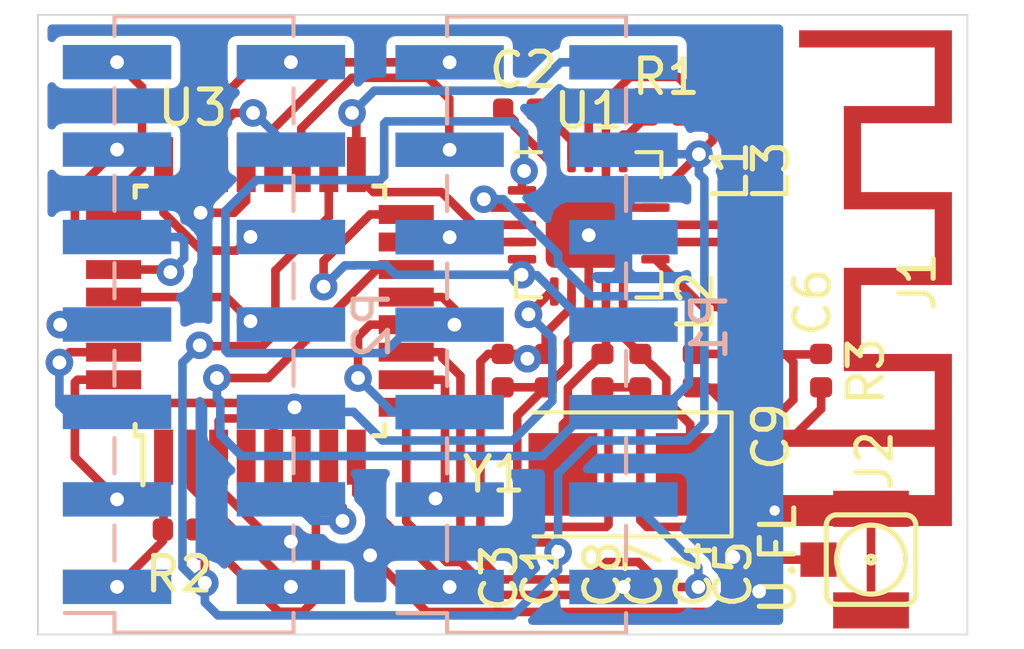
<source format=kicad_pcb>
(kicad_pcb (version 20171130) (host pcbnew 6.0.0-rc1-unknown-15e0771~66~ubuntu16.04.1)

  (general
    (thickness 1.6)
    (drawings 4)
    (tracks 408)
    (zones 0)
    (modules 22)
    (nets 39)
  )

  (page A4)
  (title_block
    (date 2018-09-02)
  )

  (layers
    (0 F.Cu signal)
    (31 B.Cu signal)
    (32 B.Adhes user)
    (33 F.Adhes user hide)
    (34 B.Paste user hide)
    (35 F.Paste user hide)
    (36 B.SilkS user)
    (37 F.SilkS user)
    (38 B.Mask user hide)
    (39 F.Mask user hide)
    (40 Dwgs.User user)
    (41 Cmts.User user)
    (42 Eco1.User user)
    (43 Eco2.User user)
    (44 Edge.Cuts user)
    (45 Margin user)
    (46 B.CrtYd user hide)
    (47 F.CrtYd user)
    (48 B.Fab user hide)
    (49 F.Fab user hide)
  )

  (setup
    (last_trace_width 0.25)
    (trace_clearance 0.2)
    (zone_clearance 0.254)
    (zone_45_only no)
    (trace_min 0.2)
    (via_size 0.8)
    (via_drill 0.4)
    (via_min_size 0.4)
    (via_min_drill 0.3)
    (uvia_size 0.3)
    (uvia_drill 0.1)
    (uvias_allowed no)
    (uvia_min_size 0.2)
    (uvia_min_drill 0.1)
    (edge_width 0.05)
    (segment_width 0.2)
    (pcb_text_width 0.3)
    (pcb_text_size 1.5 1.5)
    (mod_edge_width 0.12)
    (mod_text_size 1 1)
    (mod_text_width 0.15)
    (pad_size 1.524 1.524)
    (pad_drill 0.762)
    (pad_to_mask_clearance 0.2)
    (aux_axis_origin 0 0)
    (grid_origin 127.75 36.15)
    (visible_elements FFFFFF7F)
    (pcbplotparams
      (layerselection 0x010fc_ffffffff)
      (usegerberextensions false)
      (usegerberattributes false)
      (usegerberadvancedattributes false)
      (creategerberjobfile false)
      (excludeedgelayer true)
      (linewidth 0.100000)
      (plotframeref false)
      (viasonmask false)
      (mode 1)
      (useauxorigin false)
      (hpglpennumber 1)
      (hpglpenspeed 20)
      (hpglpendiameter 15.000000)
      (psnegative false)
      (psa4output false)
      (plotreference true)
      (plotvalue true)
      (plotinvisibletext false)
      (padsonsilk false)
      (subtractmaskfromsilk false)
      (outputformat 1)
      (mirror false)
      (drillshape 1)
      (scaleselection 1)
      (outputdirectory ""))
  )

  (net 0 "")
  (net 1 3,3V)
  (net 2 GND)
  (net 3 "Net-(C2-Pad1)")
  (net 4 "Net-(C4-Pad2)")
  (net 5 "Net-(C6-Pad1)")
  (net 6 "Net-(C6-Pad2)")
  (net 7 "Net-(C7-Pad2)")
  (net 8 "Net-(C8-Pad2)")
  (net 9 "Net-(L1-Pad2)")
  (net 10 "Net-(L1-Pad1)")
  (net 11 "Net-(R1-Pad1)")
  (net 12 CE)
  (net 13 CSN)
  (net 14 SCK)
  (net 15 MOSI)
  (net 16 MISO)
  (net 17 IRQ)
  (net 18 "Net-(P1-Pad13)")
  (net 19 "Net-(P1-Pad11)")
  (net 20 "Net-(P1-Pad5)")
  (net 21 "Net-(P1-Pad4)")
  (net 22 "Net-(P1-Pad3)")
  (net 23 "Net-(P1-Pad2)")
  (net 24 "Net-(P1-Pad1)")
  (net 25 "Net-(P2-Pad1)")
  (net 26 "Net-(P2-Pad2)")
  (net 27 "Net-(P2-Pad3)")
  (net 28 "Net-(P2-Pad4)")
  (net 29 "Net-(P2-Pad5)")
  (net 30 "Net-(P2-Pad7)")
  (net 31 "Net-(P2-Pad8)")
  (net 32 "Net-(P2-Pad9)")
  (net 33 "Net-(P2-Pad10)")
  (net 34 "Net-(P2-Pad11)")
  (net 35 "Net-(P2-Pad12)")
  (net 36 "Net-(P2-Pad13)")
  (net 37 "Net-(P2-Pad14)")
  (net 38 "Net-(J1-Pad1)")

  (net_class Default "Это класс цепей по умолчанию."
    (clearance 0.2)
    (trace_width 0.25)
    (via_dia 0.8)
    (via_drill 0.4)
    (uvia_dia 0.3)
    (uvia_drill 0.1)
    (add_net 3,3V)
    (add_net CE)
    (add_net CSN)
    (add_net GND)
    (add_net IRQ)
    (add_net MISO)
    (add_net MOSI)
    (add_net "Net-(C2-Pad1)")
    (add_net "Net-(C4-Pad2)")
    (add_net "Net-(C6-Pad1)")
    (add_net "Net-(C6-Pad2)")
    (add_net "Net-(C7-Pad2)")
    (add_net "Net-(C8-Pad2)")
    (add_net "Net-(J1-Pad1)")
    (add_net "Net-(L1-Pad1)")
    (add_net "Net-(L1-Pad2)")
    (add_net "Net-(P1-Pad1)")
    (add_net "Net-(P1-Pad11)")
    (add_net "Net-(P1-Pad13)")
    (add_net "Net-(P1-Pad2)")
    (add_net "Net-(P1-Pad3)")
    (add_net "Net-(P1-Pad4)")
    (add_net "Net-(P1-Pad5)")
    (add_net "Net-(P2-Pad1)")
    (add_net "Net-(P2-Pad10)")
    (add_net "Net-(P2-Pad11)")
    (add_net "Net-(P2-Pad12)")
    (add_net "Net-(P2-Pad13)")
    (add_net "Net-(P2-Pad14)")
    (add_net "Net-(P2-Pad2)")
    (add_net "Net-(P2-Pad3)")
    (add_net "Net-(P2-Pad4)")
    (add_net "Net-(P2-Pad5)")
    (add_net "Net-(P2-Pad7)")
    (add_net "Net-(P2-Pad8)")
    (add_net "Net-(P2-Pad9)")
    (add_net "Net-(R1-Pad1)")
    (add_net SCK)
  )

  (module Capacitor_SMD:C_0402_1005Metric (layer F.Cu) (tedit 5B301BBE) (tstamp 5B8C37A2)
    (at 143.95 101.435 270)
    (descr "Capacitor SMD 0402 (1005 Metric), square (rectangular) end terminal, IPC_7351 nominal, (Body size source: http://www.tortai-tech.com/upload/download/2011102023233369053.pdf), generated with kicad-footprint-generator")
    (tags capacitor)
    (path /5B900755)
    (attr smd)
    (fp_text reference C1 (at 5.915 0.15 270) (layer F.SilkS)
      (effects (font (size 1 1) (thickness 0.15)))
    )
    (fp_text value "1 nF" (at 0 1.17 270) (layer F.Fab)
      (effects (font (size 1 1) (thickness 0.15)))
    )
    (fp_line (start -0.5 0.25) (end -0.5 -0.25) (layer F.Fab) (width 0.1))
    (fp_line (start -0.5 -0.25) (end 0.5 -0.25) (layer F.Fab) (width 0.1))
    (fp_line (start 0.5 -0.25) (end 0.5 0.25) (layer F.Fab) (width 0.1))
    (fp_line (start 0.5 0.25) (end -0.5 0.25) (layer F.Fab) (width 0.1))
    (fp_line (start -0.93 0.47) (end -0.93 -0.47) (layer F.CrtYd) (width 0.05))
    (fp_line (start -0.93 -0.47) (end 0.93 -0.47) (layer F.CrtYd) (width 0.05))
    (fp_line (start 0.93 -0.47) (end 0.93 0.47) (layer F.CrtYd) (width 0.05))
    (fp_line (start 0.93 0.47) (end -0.93 0.47) (layer F.CrtYd) (width 0.05))
    (fp_text user %R (at 0 0 270) (layer F.Fab)
      (effects (font (size 0.25 0.25) (thickness 0.04)))
    )
    (pad 1 smd roundrect (at -0.485 0 270) (size 0.59 0.64) (layers F.Cu F.Paste F.Mask) (roundrect_rratio 0.25)
      (net 1 3,3V))
    (pad 2 smd roundrect (at 0.485 0 270) (size 0.59 0.64) (layers F.Cu F.Paste F.Mask) (roundrect_rratio 0.25)
      (net 2 GND))
    (model ${KISYS3DMOD}/Capacitor_SMD.3dshapes/C_0402_1005Metric.wrl
      (at (xyz 0 0 0))
      (scale (xyz 1 1 1))
      (rotate (xyz 0 0 0))
    )
  )

  (module Capacitor_SMD:C_0402_1005Metric (layer F.Cu) (tedit 5B301BBE) (tstamp 5B8C37B1)
    (at 143.2 93.85 180)
    (descr "Capacitor SMD 0402 (1005 Metric), square (rectangular) end terminal, IPC_7351 nominal, (Body size source: http://www.tortai-tech.com/upload/download/2011102023233369053.pdf), generated with kicad-footprint-generator")
    (tags capacitor)
    (path /5B8ED208)
    (attr smd)
    (fp_text reference C2 (at -0.1 1.15 180) (layer F.SilkS)
      (effects (font (size 1 1) (thickness 0.15)))
    )
    (fp_text value "33 nF" (at 0 1.17 180) (layer F.Fab)
      (effects (font (size 1 1) (thickness 0.15)))
    )
    (fp_text user %R (at 0 0 180) (layer F.Fab)
      (effects (font (size 0.25 0.25) (thickness 0.04)))
    )
    (fp_line (start 0.93 0.47) (end -0.93 0.47) (layer F.CrtYd) (width 0.05))
    (fp_line (start 0.93 -0.47) (end 0.93 0.47) (layer F.CrtYd) (width 0.05))
    (fp_line (start -0.93 -0.47) (end 0.93 -0.47) (layer F.CrtYd) (width 0.05))
    (fp_line (start -0.93 0.47) (end -0.93 -0.47) (layer F.CrtYd) (width 0.05))
    (fp_line (start 0.5 0.25) (end -0.5 0.25) (layer F.Fab) (width 0.1))
    (fp_line (start 0.5 -0.25) (end 0.5 0.25) (layer F.Fab) (width 0.1))
    (fp_line (start -0.5 -0.25) (end 0.5 -0.25) (layer F.Fab) (width 0.1))
    (fp_line (start -0.5 0.25) (end -0.5 -0.25) (layer F.Fab) (width 0.1))
    (pad 2 smd roundrect (at 0.485 0 180) (size 0.59 0.64) (layers F.Cu F.Paste F.Mask) (roundrect_rratio 0.25)
      (net 2 GND))
    (pad 1 smd roundrect (at -0.485 0 180) (size 0.59 0.64) (layers F.Cu F.Paste F.Mask) (roundrect_rratio 0.25)
      (net 3 "Net-(C2-Pad1)"))
    (model ${KISYS3DMOD}/Capacitor_SMD.3dshapes/C_0402_1005Metric.wrl
      (at (xyz 0 0 0))
      (scale (xyz 1 1 1))
      (rotate (xyz 0 0 0))
    )
  )

  (module Capacitor_SMD:C_0402_1005Metric (layer F.Cu) (tedit 5B301BBE) (tstamp 5B8C37C0)
    (at 142.7 101.435 270)
    (descr "Capacitor SMD 0402 (1005 Metric), square (rectangular) end terminal, IPC_7351 nominal, (Body size source: http://www.tortai-tech.com/upload/download/2011102023233369053.pdf), generated with kicad-footprint-generator")
    (tags capacitor)
    (path /5B9006DB)
    (attr smd)
    (fp_text reference C3 (at 6.015 0.1 270) (layer F.SilkS)
      (effects (font (size 1 1) (thickness 0.15)))
    )
    (fp_text value "10 nF" (at 0 1.17 270) (layer F.Fab)
      (effects (font (size 1 1) (thickness 0.15)))
    )
    (fp_text user %R (at 0 0 270) (layer F.Fab)
      (effects (font (size 0.25 0.25) (thickness 0.04)))
    )
    (fp_line (start 0.93 0.47) (end -0.93 0.47) (layer F.CrtYd) (width 0.05))
    (fp_line (start 0.93 -0.47) (end 0.93 0.47) (layer F.CrtYd) (width 0.05))
    (fp_line (start -0.93 -0.47) (end 0.93 -0.47) (layer F.CrtYd) (width 0.05))
    (fp_line (start -0.93 0.47) (end -0.93 -0.47) (layer F.CrtYd) (width 0.05))
    (fp_line (start 0.5 0.25) (end -0.5 0.25) (layer F.Fab) (width 0.1))
    (fp_line (start 0.5 -0.25) (end 0.5 0.25) (layer F.Fab) (width 0.1))
    (fp_line (start -0.5 -0.25) (end 0.5 -0.25) (layer F.Fab) (width 0.1))
    (fp_line (start -0.5 0.25) (end -0.5 -0.25) (layer F.Fab) (width 0.1))
    (pad 2 smd roundrect (at 0.485 0 270) (size 0.59 0.64) (layers F.Cu F.Paste F.Mask) (roundrect_rratio 0.25)
      (net 2 GND))
    (pad 1 smd roundrect (at -0.485 0 270) (size 0.59 0.64) (layers F.Cu F.Paste F.Mask) (roundrect_rratio 0.25)
      (net 1 3,3V))
    (model ${KISYS3DMOD}/Capacitor_SMD.3dshapes/C_0402_1005Metric.wrl
      (at (xyz 0 0 0))
      (scale (xyz 1 1 1))
      (rotate (xyz 0 0 0))
    )
  )

  (module Capacitor_SMD:C_0402_1005Metric (layer F.Cu) (tedit 5B301BBE) (tstamp 5B8C37CF)
    (at 148.25 101.435 90)
    (descr "Capacitor SMD 0402 (1005 Metric), square (rectangular) end terminal, IPC_7351 nominal, (Body size source: http://www.tortai-tech.com/upload/download/2011102023233369053.pdf), generated with kicad-footprint-generator")
    (tags capacitor)
    (path /5B8DFDF0)
    (attr smd)
    (fp_text reference C4 (at -5.915 0 90) (layer F.SilkS)
      (effects (font (size 1 1) (thickness 0.15)))
    )
    (fp_text value "2,2 nF" (at 0 1.17 90) (layer F.Fab)
      (effects (font (size 1 1) (thickness 0.15)))
    )
    (fp_line (start -0.5 0.25) (end -0.5 -0.25) (layer F.Fab) (width 0.1))
    (fp_line (start -0.5 -0.25) (end 0.5 -0.25) (layer F.Fab) (width 0.1))
    (fp_line (start 0.5 -0.25) (end 0.5 0.25) (layer F.Fab) (width 0.1))
    (fp_line (start 0.5 0.25) (end -0.5 0.25) (layer F.Fab) (width 0.1))
    (fp_line (start -0.93 0.47) (end -0.93 -0.47) (layer F.CrtYd) (width 0.05))
    (fp_line (start -0.93 -0.47) (end 0.93 -0.47) (layer F.CrtYd) (width 0.05))
    (fp_line (start 0.93 -0.47) (end 0.93 0.47) (layer F.CrtYd) (width 0.05))
    (fp_line (start 0.93 0.47) (end -0.93 0.47) (layer F.CrtYd) (width 0.05))
    (fp_text user %R (at 0 0 90) (layer F.Fab)
      (effects (font (size 0.25 0.25) (thickness 0.04)))
    )
    (pad 1 smd roundrect (at -0.485 0 90) (size 0.59 0.64) (layers F.Cu F.Paste F.Mask) (roundrect_rratio 0.25)
      (net 2 GND))
    (pad 2 smd roundrect (at 0.485 0 90) (size 0.59 0.64) (layers F.Cu F.Paste F.Mask) (roundrect_rratio 0.25)
      (net 4 "Net-(C4-Pad2)"))
    (model ${KISYS3DMOD}/Capacitor_SMD.3dshapes/C_0402_1005Metric.wrl
      (at (xyz 0 0 0))
      (scale (xyz 1 1 1))
      (rotate (xyz 0 0 0))
    )
  )

  (module Capacitor_SMD:C_0402_1005Metric (layer F.Cu) (tedit 5B301BBE) (tstamp 5B8C37DE)
    (at 149.3 101.435 90)
    (descr "Capacitor SMD 0402 (1005 Metric), square (rectangular) end terminal, IPC_7351 nominal, (Body size source: http://www.tortai-tech.com/upload/download/2011102023233369053.pdf), generated with kicad-footprint-generator")
    (tags capacitor)
    (path /5B8DFEF2)
    (attr smd)
    (fp_text reference C5 (at -5.915 0.1 90) (layer F.SilkS)
      (effects (font (size 1 1) (thickness 0.15)))
    )
    (fp_text value "4,7 pF" (at 0 1.17 90) (layer F.Fab)
      (effects (font (size 1 1) (thickness 0.15)))
    )
    (fp_text user %R (at 0 0 90) (layer F.Fab)
      (effects (font (size 0.25 0.25) (thickness 0.04)))
    )
    (fp_line (start 0.93 0.47) (end -0.93 0.47) (layer F.CrtYd) (width 0.05))
    (fp_line (start 0.93 -0.47) (end 0.93 0.47) (layer F.CrtYd) (width 0.05))
    (fp_line (start -0.93 -0.47) (end 0.93 -0.47) (layer F.CrtYd) (width 0.05))
    (fp_line (start -0.93 0.47) (end -0.93 -0.47) (layer F.CrtYd) (width 0.05))
    (fp_line (start 0.5 0.25) (end -0.5 0.25) (layer F.Fab) (width 0.1))
    (fp_line (start 0.5 -0.25) (end 0.5 0.25) (layer F.Fab) (width 0.1))
    (fp_line (start -0.5 -0.25) (end 0.5 -0.25) (layer F.Fab) (width 0.1))
    (fp_line (start -0.5 0.25) (end -0.5 -0.25) (layer F.Fab) (width 0.1))
    (pad 2 smd roundrect (at 0.485 0 90) (size 0.59 0.64) (layers F.Cu F.Paste F.Mask) (roundrect_rratio 0.25)
      (net 4 "Net-(C4-Pad2)"))
    (pad 1 smd roundrect (at -0.485 0 90) (size 0.59 0.64) (layers F.Cu F.Paste F.Mask) (roundrect_rratio 0.25)
      (net 2 GND))
    (model ${KISYS3DMOD}/Capacitor_SMD.3dshapes/C_0402_1005Metric.wrl
      (at (xyz 0 0 0))
      (scale (xyz 1 1 1))
      (rotate (xyz 0 0 0))
    )
  )

  (module Capacitor_SMD:C_0402_1005Metric (layer F.Cu) (tedit 5B301BBE) (tstamp 5B8C37ED)
    (at 150.5 99.435 90)
    (descr "Capacitor SMD 0402 (1005 Metric), square (rectangular) end terminal, IPC_7351 nominal, (Body size source: http://www.tortai-tech.com/upload/download/2011102023233369053.pdf), generated with kicad-footprint-generator")
    (tags capacitor)
    (path /5B8E2BE7)
    (attr smd)
    (fp_text reference C6 (at -0.015 1.2 90) (layer F.SilkS)
      (effects (font (size 1 1) (thickness 0.15)))
    )
    (fp_text value "1,5 pF" (at 0 1.17 90) (layer F.Fab)
      (effects (font (size 1 1) (thickness 0.15)))
    )
    (fp_line (start -0.5 0.25) (end -0.5 -0.25) (layer F.Fab) (width 0.1))
    (fp_line (start -0.5 -0.25) (end 0.5 -0.25) (layer F.Fab) (width 0.1))
    (fp_line (start 0.5 -0.25) (end 0.5 0.25) (layer F.Fab) (width 0.1))
    (fp_line (start 0.5 0.25) (end -0.5 0.25) (layer F.Fab) (width 0.1))
    (fp_line (start -0.93 0.47) (end -0.93 -0.47) (layer F.CrtYd) (width 0.05))
    (fp_line (start -0.93 -0.47) (end 0.93 -0.47) (layer F.CrtYd) (width 0.05))
    (fp_line (start 0.93 -0.47) (end 0.93 0.47) (layer F.CrtYd) (width 0.05))
    (fp_line (start 0.93 0.47) (end -0.93 0.47) (layer F.CrtYd) (width 0.05))
    (fp_text user %R (at 0 0 90) (layer F.Fab)
      (effects (font (size 0.25 0.25) (thickness 0.04)))
    )
    (pad 1 smd roundrect (at -0.485 0 90) (size 0.59 0.64) (layers F.Cu F.Paste F.Mask) (roundrect_rratio 0.25)
      (net 5 "Net-(C6-Pad1)"))
    (pad 2 smd roundrect (at 0.485 0 90) (size 0.59 0.64) (layers F.Cu F.Paste F.Mask) (roundrect_rratio 0.25)
      (net 6 "Net-(C6-Pad2)"))
    (model ${KISYS3DMOD}/Capacitor_SMD.3dshapes/C_0402_1005Metric.wrl
      (at (xyz 0 0 0))
      (scale (xyz 1 1 1))
      (rotate (xyz 0 0 0))
    )
  )

  (module Capacitor_SMD:C_0402_1005Metric (layer F.Cu) (tedit 5B301BBE) (tstamp 5B8C37FC)
    (at 146.7 101.435 90)
    (descr "Capacitor SMD 0402 (1005 Metric), square (rectangular) end terminal, IPC_7351 nominal, (Body size source: http://www.tortai-tech.com/upload/download/2011102023233369053.pdf), generated with kicad-footprint-generator")
    (tags capacitor)
    (path /5B8E616C)
    (attr smd)
    (fp_text reference C7 (at -5.915 0.1 90) (layer F.SilkS)
      (effects (font (size 1 1) (thickness 0.15)))
    )
    (fp_text value "22 pF" (at 0 1.17 90) (layer F.Fab)
      (effects (font (size 1 1) (thickness 0.15)))
    )
    (fp_text user %R (at 0 0 90) (layer F.Fab)
      (effects (font (size 0.25 0.25) (thickness 0.04)))
    )
    (fp_line (start 0.93 0.47) (end -0.93 0.47) (layer F.CrtYd) (width 0.05))
    (fp_line (start 0.93 -0.47) (end 0.93 0.47) (layer F.CrtYd) (width 0.05))
    (fp_line (start -0.93 -0.47) (end 0.93 -0.47) (layer F.CrtYd) (width 0.05))
    (fp_line (start -0.93 0.47) (end -0.93 -0.47) (layer F.CrtYd) (width 0.05))
    (fp_line (start 0.5 0.25) (end -0.5 0.25) (layer F.Fab) (width 0.1))
    (fp_line (start 0.5 -0.25) (end 0.5 0.25) (layer F.Fab) (width 0.1))
    (fp_line (start -0.5 -0.25) (end 0.5 -0.25) (layer F.Fab) (width 0.1))
    (fp_line (start -0.5 0.25) (end -0.5 -0.25) (layer F.Fab) (width 0.1))
    (pad 2 smd roundrect (at 0.485 0 90) (size 0.59 0.64) (layers F.Cu F.Paste F.Mask) (roundrect_rratio 0.25)
      (net 7 "Net-(C7-Pad2)"))
    (pad 1 smd roundrect (at -0.485 0 90) (size 0.59 0.64) (layers F.Cu F.Paste F.Mask) (roundrect_rratio 0.25)
      (net 2 GND))
    (model ${KISYS3DMOD}/Capacitor_SMD.3dshapes/C_0402_1005Metric.wrl
      (at (xyz 0 0 0))
      (scale (xyz 1 1 1))
      (rotate (xyz 0 0 0))
    )
  )

  (module Capacitor_SMD:C_0402_1005Metric (layer F.Cu) (tedit 5B301BBE) (tstamp 5B8C380B)
    (at 145.6 101.435 90)
    (descr "Capacitor SMD 0402 (1005 Metric), square (rectangular) end terminal, IPC_7351 nominal, (Body size source: http://www.tortai-tech.com/upload/download/2011102023233369053.pdf), generated with kicad-footprint-generator")
    (tags capacitor)
    (path /5B8E61B0)
    (attr smd)
    (fp_text reference C8 (at -5.915 0 90) (layer F.SilkS)
      (effects (font (size 1 1) (thickness 0.15)))
    )
    (fp_text value "22 pF" (at 0 1.17 90) (layer F.Fab)
      (effects (font (size 1 1) (thickness 0.15)))
    )
    (fp_line (start -0.5 0.25) (end -0.5 -0.25) (layer F.Fab) (width 0.1))
    (fp_line (start -0.5 -0.25) (end 0.5 -0.25) (layer F.Fab) (width 0.1))
    (fp_line (start 0.5 -0.25) (end 0.5 0.25) (layer F.Fab) (width 0.1))
    (fp_line (start 0.5 0.25) (end -0.5 0.25) (layer F.Fab) (width 0.1))
    (fp_line (start -0.93 0.47) (end -0.93 -0.47) (layer F.CrtYd) (width 0.05))
    (fp_line (start -0.93 -0.47) (end 0.93 -0.47) (layer F.CrtYd) (width 0.05))
    (fp_line (start 0.93 -0.47) (end 0.93 0.47) (layer F.CrtYd) (width 0.05))
    (fp_line (start 0.93 0.47) (end -0.93 0.47) (layer F.CrtYd) (width 0.05))
    (fp_text user %R (at 0 0 90) (layer F.Fab)
      (effects (font (size 0.25 0.25) (thickness 0.04)))
    )
    (pad 1 smd roundrect (at -0.485 0 90) (size 0.59 0.64) (layers F.Cu F.Paste F.Mask) (roundrect_rratio 0.25)
      (net 2 GND))
    (pad 2 smd roundrect (at 0.485 0 90) (size 0.59 0.64) (layers F.Cu F.Paste F.Mask) (roundrect_rratio 0.25)
      (net 8 "Net-(C8-Pad2)"))
    (model ${KISYS3DMOD}/Capacitor_SMD.3dshapes/C_0402_1005Metric.wrl
      (at (xyz 0 0 0))
      (scale (xyz 1 1 1))
      (rotate (xyz 0 0 0))
    )
  )

  (module Capacitor_SMD:C_0402_1005Metric (layer F.Cu) (tedit 5B301BBE) (tstamp 5B8C381A)
    (at 150.5 101.45 90)
    (descr "Capacitor SMD 0402 (1005 Metric), square (rectangular) end terminal, IPC_7351 nominal, (Body size source: http://www.tortai-tech.com/upload/download/2011102023233369053.pdf), generated with kicad-footprint-generator")
    (tags capacitor)
    (path /5B8DFF26)
    (attr smd)
    (fp_text reference C9 (at -1.9 0 90) (layer F.SilkS)
      (effects (font (size 1 1) (thickness 0.15)))
    )
    (fp_text value "1 pF" (at 0 1.17 90) (layer F.Fab)
      (effects (font (size 1 1) (thickness 0.15)))
    )
    (fp_line (start -0.5 0.25) (end -0.5 -0.25) (layer F.Fab) (width 0.1))
    (fp_line (start -0.5 -0.25) (end 0.5 -0.25) (layer F.Fab) (width 0.1))
    (fp_line (start 0.5 -0.25) (end 0.5 0.25) (layer F.Fab) (width 0.1))
    (fp_line (start 0.5 0.25) (end -0.5 0.25) (layer F.Fab) (width 0.1))
    (fp_line (start -0.93 0.47) (end -0.93 -0.47) (layer F.CrtYd) (width 0.05))
    (fp_line (start -0.93 -0.47) (end 0.93 -0.47) (layer F.CrtYd) (width 0.05))
    (fp_line (start 0.93 -0.47) (end 0.93 0.47) (layer F.CrtYd) (width 0.05))
    (fp_line (start 0.93 0.47) (end -0.93 0.47) (layer F.CrtYd) (width 0.05))
    (fp_text user %R (at 0 0 90) (layer F.Fab)
      (effects (font (size 0.25 0.25) (thickness 0.04)))
    )
    (pad 1 smd roundrect (at -0.485 0 90) (size 0.59 0.64) (layers F.Cu F.Paste F.Mask) (roundrect_rratio 0.25)
      (net 2 GND))
    (pad 2 smd roundrect (at 0.485 0 90) (size 0.59 0.64) (layers F.Cu F.Paste F.Mask) (roundrect_rratio 0.25)
      (net 5 "Net-(C6-Pad1)"))
    (model ${KISYS3DMOD}/Capacitor_SMD.3dshapes/C_0402_1005Metric.wrl
      (at (xyz 0 0 0))
      (scale (xyz 1 1 1))
      (rotate (xyz 0 0 0))
    )
  )

  (module Inductor_SMD:L_0402_1005Metric (layer F.Cu) (tedit 5B301BBE) (tstamp 5B8C389A)
    (at 149.3 97.435 90)
    (descr "Inductor SMD 0402 (1005 Metric), square (rectangular) end terminal, IPC_7351 nominal, (Body size source: http://www.tortai-tech.com/upload/download/2011102023233369053.pdf), generated with kicad-footprint-generator")
    (tags inductor)
    (path /5B8E0A2F)
    (attr smd)
    (fp_text reference L1 (at 1.785 0 90) (layer F.SilkS)
      (effects (font (size 1 1) (thickness 0.15)))
    )
    (fp_text value "8,2 nH" (at 0 1.17 90) (layer F.Fab)
      (effects (font (size 1 1) (thickness 0.15)))
    )
    (fp_text user %R (at 0 0 90) (layer F.Fab)
      (effects (font (size 0.25 0.25) (thickness 0.04)))
    )
    (fp_line (start 0.93 0.47) (end -0.93 0.47) (layer F.CrtYd) (width 0.05))
    (fp_line (start 0.93 -0.47) (end 0.93 0.47) (layer F.CrtYd) (width 0.05))
    (fp_line (start -0.93 -0.47) (end 0.93 -0.47) (layer F.CrtYd) (width 0.05))
    (fp_line (start -0.93 0.47) (end -0.93 -0.47) (layer F.CrtYd) (width 0.05))
    (fp_line (start 0.5 0.25) (end -0.5 0.25) (layer F.Fab) (width 0.1))
    (fp_line (start 0.5 -0.25) (end 0.5 0.25) (layer F.Fab) (width 0.1))
    (fp_line (start -0.5 -0.25) (end 0.5 -0.25) (layer F.Fab) (width 0.1))
    (fp_line (start -0.5 0.25) (end -0.5 -0.25) (layer F.Fab) (width 0.1))
    (pad 2 smd roundrect (at 0.485 0 90) (size 0.59 0.64) (layers F.Cu F.Paste F.Mask) (roundrect_rratio 0.25)
      (net 9 "Net-(L1-Pad2)"))
    (pad 1 smd roundrect (at -0.485 0 90) (size 0.59 0.64) (layers F.Cu F.Paste F.Mask) (roundrect_rratio 0.25)
      (net 10 "Net-(L1-Pad1)"))
    (model ${KISYS3DMOD}/Inductor_SMD.3dshapes/L_0402_1005Metric.wrl
      (at (xyz 0 0 0))
      (scale (xyz 1 1 1))
      (rotate (xyz 0 0 0))
    )
  )

  (module Inductor_SMD:L_0402_1005Metric (layer F.Cu) (tedit 5B301BBE) (tstamp 5B8C38A9)
    (at 149.3 99.435 270)
    (descr "Inductor SMD 0402 (1005 Metric), square (rectangular) end terminal, IPC_7351 nominal, (Body size source: http://www.tortai-tech.com/upload/download/2011102023233369053.pdf), generated with kicad-footprint-generator")
    (tags inductor)
    (path /5B8DFFD7)
    (attr smd)
    (fp_text reference L2 (at 0 1 270) (layer F.SilkS)
      (effects (font (size 1 1) (thickness 0.15)))
    )
    (fp_text value "2,7 nH" (at 0 1.17 270) (layer F.Fab)
      (effects (font (size 1 1) (thickness 0.15)))
    )
    (fp_line (start -0.5 0.25) (end -0.5 -0.25) (layer F.Fab) (width 0.1))
    (fp_line (start -0.5 -0.25) (end 0.5 -0.25) (layer F.Fab) (width 0.1))
    (fp_line (start 0.5 -0.25) (end 0.5 0.25) (layer F.Fab) (width 0.1))
    (fp_line (start 0.5 0.25) (end -0.5 0.25) (layer F.Fab) (width 0.1))
    (fp_line (start -0.93 0.47) (end -0.93 -0.47) (layer F.CrtYd) (width 0.05))
    (fp_line (start -0.93 -0.47) (end 0.93 -0.47) (layer F.CrtYd) (width 0.05))
    (fp_line (start 0.93 -0.47) (end 0.93 0.47) (layer F.CrtYd) (width 0.05))
    (fp_line (start 0.93 0.47) (end -0.93 0.47) (layer F.CrtYd) (width 0.05))
    (fp_text user %R (at 0 0 270) (layer F.Fab)
      (effects (font (size 0.25 0.25) (thickness 0.04)))
    )
    (pad 1 smd roundrect (at -0.485 0 270) (size 0.59 0.64) (layers F.Cu F.Paste F.Mask) (roundrect_rratio 0.25)
      (net 10 "Net-(L1-Pad1)"))
    (pad 2 smd roundrect (at 0.485 0 270) (size 0.59 0.64) (layers F.Cu F.Paste F.Mask) (roundrect_rratio 0.25)
      (net 4 "Net-(C4-Pad2)"))
    (model ${KISYS3DMOD}/Inductor_SMD.3dshapes/L_0402_1005Metric.wrl
      (at (xyz 0 0 0))
      (scale (xyz 1 1 1))
      (rotate (xyz 0 0 0))
    )
  )

  (module Inductor_SMD:L_0402_1005Metric (layer F.Cu) (tedit 5B301BBE) (tstamp 5B8C38B8)
    (at 150.5 97.45 270)
    (descr "Inductor SMD 0402 (1005 Metric), square (rectangular) end terminal, IPC_7351 nominal, (Body size source: http://www.tortai-tech.com/upload/download/2011102023233369053.pdf), generated with kicad-footprint-generator")
    (tags inductor)
    (path /5B8E0D22)
    (attr smd)
    (fp_text reference L3 (at -1.8 0 270) (layer F.SilkS)
      (effects (font (size 1 1) (thickness 0.15)))
    )
    (fp_text value "3,9 nH" (at 0 1.17 270) (layer F.Fab)
      (effects (font (size 1 1) (thickness 0.15)))
    )
    (fp_line (start -0.5 0.25) (end -0.5 -0.25) (layer F.Fab) (width 0.1))
    (fp_line (start -0.5 -0.25) (end 0.5 -0.25) (layer F.Fab) (width 0.1))
    (fp_line (start 0.5 -0.25) (end 0.5 0.25) (layer F.Fab) (width 0.1))
    (fp_line (start 0.5 0.25) (end -0.5 0.25) (layer F.Fab) (width 0.1))
    (fp_line (start -0.93 0.47) (end -0.93 -0.47) (layer F.CrtYd) (width 0.05))
    (fp_line (start -0.93 -0.47) (end 0.93 -0.47) (layer F.CrtYd) (width 0.05))
    (fp_line (start 0.93 -0.47) (end 0.93 0.47) (layer F.CrtYd) (width 0.05))
    (fp_line (start 0.93 0.47) (end -0.93 0.47) (layer F.CrtYd) (width 0.05))
    (fp_text user %R (at 0 0 270) (layer F.Fab)
      (effects (font (size 0.25 0.25) (thickness 0.04)))
    )
    (pad 1 smd roundrect (at -0.485 0 270) (size 0.59 0.64) (layers F.Cu F.Paste F.Mask) (roundrect_rratio 0.25)
      (net 9 "Net-(L1-Pad2)"))
    (pad 2 smd roundrect (at 0.485 0 270) (size 0.59 0.64) (layers F.Cu F.Paste F.Mask) (roundrect_rratio 0.25)
      (net 6 "Net-(C6-Pad2)"))
    (model ${KISYS3DMOD}/Inductor_SMD.3dshapes/L_0402_1005Metric.wrl
      (at (xyz 0 0 0))
      (scale (xyz 1 1 1))
      (rotate (xyz 0 0 0))
    )
  )

  (module Resistor_SMD:R_0402_1005Metric (layer F.Cu) (tedit 5B301BBD) (tstamp 5B8C38C7)
    (at 147.415 94)
    (descr "Resistor SMD 0402 (1005 Metric), square (rectangular) end terminal, IPC_7351 nominal, (Body size source: http://www.tortai-tech.com/upload/download/2011102023233369053.pdf), generated with kicad-footprint-generator")
    (tags resistor)
    (path /5B8ED2A2)
    (attr smd)
    (fp_text reference R1 (at 0.035 -1.1) (layer F.SilkS)
      (effects (font (size 1 1) (thickness 0.15)))
    )
    (fp_text value "22 k" (at 0 1.17) (layer F.Fab)
      (effects (font (size 1 1) (thickness 0.15)))
    )
    (fp_line (start -0.5 0.25) (end -0.5 -0.25) (layer F.Fab) (width 0.1))
    (fp_line (start -0.5 -0.25) (end 0.5 -0.25) (layer F.Fab) (width 0.1))
    (fp_line (start 0.5 -0.25) (end 0.5 0.25) (layer F.Fab) (width 0.1))
    (fp_line (start 0.5 0.25) (end -0.5 0.25) (layer F.Fab) (width 0.1))
    (fp_line (start -0.93 0.47) (end -0.93 -0.47) (layer F.CrtYd) (width 0.05))
    (fp_line (start -0.93 -0.47) (end 0.93 -0.47) (layer F.CrtYd) (width 0.05))
    (fp_line (start 0.93 -0.47) (end 0.93 0.47) (layer F.CrtYd) (width 0.05))
    (fp_line (start 0.93 0.47) (end -0.93 0.47) (layer F.CrtYd) (width 0.05))
    (fp_text user %R (at 0 0) (layer F.Fab)
      (effects (font (size 0.25 0.25) (thickness 0.04)))
    )
    (pad 1 smd roundrect (at -0.485 0) (size 0.59 0.64) (layers F.Cu F.Paste F.Mask) (roundrect_rratio 0.25)
      (net 11 "Net-(R1-Pad1)"))
    (pad 2 smd roundrect (at 0.485 0) (size 0.59 0.64) (layers F.Cu F.Paste F.Mask) (roundrect_rratio 0.25)
      (net 2 GND))
    (model ${KISYS3DMOD}/Resistor_SMD.3dshapes/R_0402_1005Metric.wrl
      (at (xyz 0 0 0))
      (scale (xyz 1 1 1))
      (rotate (xyz 0 0 0))
    )
  )

  (module Package_QFP:TQFP-32_7x7mm_P0.8mm (layer F.Cu) (tedit 5A02F146) (tstamp 5B8C3938)
    (at 135.65 99.7 90)
    (descr "32-Lead Plastic Thin Quad Flatpack (PT) - 7x7x1.0 mm Body, 2.00 mm [TQFP] (see Microchip Packaging Specification 00000049BS.pdf)")
    (tags "QFP 0.8")
    (path /5B8AF1E9)
    (attr smd)
    (fp_text reference U3 (at 5.9 -1.95 180) (layer F.SilkS)
      (effects (font (size 1 1) (thickness 0.15)))
    )
    (fp_text value ATmega328P-AU (at 0 6.05 90) (layer F.Fab)
      (effects (font (size 1 1) (thickness 0.15)))
    )
    (fp_text user %R (at 0 0 90) (layer F.Fab)
      (effects (font (size 1 1) (thickness 0.15)))
    )
    (fp_line (start -2.5 -3.5) (end 3.5 -3.5) (layer F.Fab) (width 0.15))
    (fp_line (start 3.5 -3.5) (end 3.5 3.5) (layer F.Fab) (width 0.15))
    (fp_line (start 3.5 3.5) (end -3.5 3.5) (layer F.Fab) (width 0.15))
    (fp_line (start -3.5 3.5) (end -3.5 -2.5) (layer F.Fab) (width 0.15))
    (fp_line (start -3.5 -2.5) (end -2.5 -3.5) (layer F.Fab) (width 0.15))
    (fp_line (start -5.3 -5.3) (end -5.3 5.3) (layer F.CrtYd) (width 0.05))
    (fp_line (start 5.3 -5.3) (end 5.3 5.3) (layer F.CrtYd) (width 0.05))
    (fp_line (start -5.3 -5.3) (end 5.3 -5.3) (layer F.CrtYd) (width 0.05))
    (fp_line (start -5.3 5.3) (end 5.3 5.3) (layer F.CrtYd) (width 0.05))
    (fp_line (start -3.625 -3.625) (end -3.625 -3.4) (layer F.SilkS) (width 0.15))
    (fp_line (start 3.625 -3.625) (end 3.625 -3.3) (layer F.SilkS) (width 0.15))
    (fp_line (start 3.625 3.625) (end 3.625 3.3) (layer F.SilkS) (width 0.15))
    (fp_line (start -3.625 3.625) (end -3.625 3.3) (layer F.SilkS) (width 0.15))
    (fp_line (start -3.625 -3.625) (end -3.3 -3.625) (layer F.SilkS) (width 0.15))
    (fp_line (start -3.625 3.625) (end -3.3 3.625) (layer F.SilkS) (width 0.15))
    (fp_line (start 3.625 3.625) (end 3.3 3.625) (layer F.SilkS) (width 0.15))
    (fp_line (start 3.625 -3.625) (end 3.3 -3.625) (layer F.SilkS) (width 0.15))
    (fp_line (start -3.625 -3.4) (end -5.05 -3.4) (layer F.SilkS) (width 0.15))
    (pad 1 smd rect (at -4.25 -2.8 90) (size 1.6 0.55) (layers F.Cu F.Paste F.Mask)
      (net 25 "Net-(P2-Pad1)"))
    (pad 2 smd rect (at -4.25 -2 90) (size 1.6 0.55) (layers F.Cu F.Paste F.Mask)
      (net 26 "Net-(P2-Pad2)"))
    (pad 3 smd rect (at -4.25 -1.2 90) (size 1.6 0.55) (layers F.Cu F.Paste F.Mask)
      (net 2 GND))
    (pad 4 smd rect (at -4.25 -0.4 90) (size 1.6 0.55) (layers F.Cu F.Paste F.Mask)
      (net 1 3,3V))
    (pad 5 smd rect (at -4.25 0.4 90) (size 1.6 0.55) (layers F.Cu F.Paste F.Mask)
      (net 2 GND))
    (pad 6 smd rect (at -4.25 1.2 90) (size 1.6 0.55) (layers F.Cu F.Paste F.Mask)
      (net 1 3,3V))
    (pad 7 smd rect (at -4.25 2 90) (size 1.6 0.55) (layers F.Cu F.Paste F.Mask)
      (net 28 "Net-(P2-Pad4)"))
    (pad 8 smd rect (at -4.25 2.8 90) (size 1.6 0.55) (layers F.Cu F.Paste F.Mask)
      (net 24 "Net-(P1-Pad1)"))
    (pad 9 smd rect (at -2.8 4.25 180) (size 1.6 0.55) (layers F.Cu F.Paste F.Mask)
      (net 23 "Net-(P1-Pad2)"))
    (pad 10 smd rect (at -2 4.25 180) (size 1.6 0.55) (layers F.Cu F.Paste F.Mask)
      (net 22 "Net-(P1-Pad3)"))
    (pad 11 smd rect (at -1.2 4.25 180) (size 1.6 0.55) (layers F.Cu F.Paste F.Mask)
      (net 21 "Net-(P1-Pad4)"))
    (pad 12 smd rect (at -0.4 4.25 180) (size 1.6 0.55) (layers F.Cu F.Paste F.Mask)
      (net 20 "Net-(P1-Pad5)"))
    (pad 13 smd rect (at 0.4 4.25 180) (size 1.6 0.55) (layers F.Cu F.Paste F.Mask)
      (net 12 CE))
    (pad 14 smd rect (at 1.2 4.25 180) (size 1.6 0.55) (layers F.Cu F.Paste F.Mask)
      (net 13 CSN))
    (pad 15 smd rect (at 2 4.25 180) (size 1.6 0.55) (layers F.Cu F.Paste F.Mask)
      (net 15 MOSI))
    (pad 16 smd rect (at 2.8 4.25 180) (size 1.6 0.55) (layers F.Cu F.Paste F.Mask)
      (net 16 MISO))
    (pad 17 smd rect (at 4.25 2.8 90) (size 1.6 0.55) (layers F.Cu F.Paste F.Mask)
      (net 14 SCK))
    (pad 18 smd rect (at 4.25 2 90) (size 1.6 0.55) (layers F.Cu F.Paste F.Mask)
      (net 1 3,3V))
    (pad 19 smd rect (at 4.25 1.2 90) (size 1.6 0.55) (layers F.Cu F.Paste F.Mask)
      (net 19 "Net-(P1-Pad11)"))
    (pad 20 smd rect (at 4.25 0.4 90) (size 1.6 0.55) (layers F.Cu F.Paste F.Mask)
      (net 18 "Net-(P1-Pad13)"))
    (pad 21 smd rect (at 4.25 -0.4 90) (size 1.6 0.55) (layers F.Cu F.Paste F.Mask)
      (net 2 GND))
    (pad 22 smd rect (at 4.25 -1.2 90) (size 1.6 0.55) (layers F.Cu F.Paste F.Mask)
      (net 35 "Net-(P2-Pad12)"))
    (pad 23 smd rect (at 4.25 -2 90) (size 1.6 0.55) (layers F.Cu F.Paste F.Mask)
      (net 37 "Net-(P2-Pad14)"))
    (pad 24 smd rect (at 4.25 -2.8 90) (size 1.6 0.55) (layers F.Cu F.Paste F.Mask)
      (net 33 "Net-(P2-Pad10)"))
    (pad 25 smd rect (at 2.8 -4.25 180) (size 1.6 0.55) (layers F.Cu F.Paste F.Mask)
      (net 36 "Net-(P2-Pad13)"))
    (pad 26 smd rect (at 2 -4.25 180) (size 1.6 0.55) (layers F.Cu F.Paste F.Mask)
      (net 34 "Net-(P2-Pad11)"))
    (pad 27 smd rect (at 1.2 -4.25 180) (size 1.6 0.55) (layers F.Cu F.Paste F.Mask)
      (net 32 "Net-(P2-Pad9)"))
    (pad 28 smd rect (at 0.4 -4.25 180) (size 1.6 0.55) (layers F.Cu F.Paste F.Mask)
      (net 31 "Net-(P2-Pad8)"))
    (pad 29 smd rect (at -0.4 -4.25 180) (size 1.6 0.55) (layers F.Cu F.Paste F.Mask)
      (net 30 "Net-(P2-Pad7)"))
    (pad 30 smd rect (at -1.2 -4.25 180) (size 1.6 0.55) (layers F.Cu F.Paste F.Mask)
      (net 29 "Net-(P2-Pad5)"))
    (pad 31 smd rect (at -2 -4.25 180) (size 1.6 0.55) (layers F.Cu F.Paste F.Mask)
      (net 27 "Net-(P2-Pad3)"))
    (pad 32 smd rect (at -2.8 -4.25 180) (size 1.6 0.55) (layers F.Cu F.Paste F.Mask)
      (net 17 IRQ))
    (model ${KISYS3DMOD}/Package_QFP.3dshapes/TQFP-32_7x7mm_P0.8mm.wrl
      (at (xyz 0 0 0))
      (scale (xyz 1 1 1))
      (rotate (xyz 0 0 0))
    )
  )

  (module RF_Antenna:Texas_SWRA117D_2.4GHz_Left (layer F.Cu) (tedit 5996792C) (tstamp 5B8BC0DC)
    (at 150.6 103.4 270)
    (descr http://www.ti.com/lit/an/swra117d/swra117d.pdf)
    (tags "PCB antenna")
    (path /5B8E5177)
    (attr virtual)
    (fp_text reference J1 (at -4.55 -4.15 270) (layer F.SilkS)
      (effects (font (size 1 1) (thickness 0.15)))
    )
    (fp_text value U.FL (at -3.95 1.21 270) (layer F.Fab)
      (effects (font (size 1 1) (thickness 0.15)))
    )
    (fp_poly (pts (xy -2.45 -2.51) (xy -4.45 -2.51) (xy -4.45 -5.15) (xy -7.15 -5.15)
      (xy -7.15 -2.51) (xy -9.15 -2.51) (xy -9.15 -5.15) (xy -11.85 -5.15)
      (xy -11.85 -0.71) (xy -11.35 -0.71) (xy -11.35 -4.65) (xy -9.65 -4.65)
      (xy -9.65 -2.01) (xy -6.65 -2.01) (xy -6.65 -4.65) (xy -4.95 -4.65)
      (xy -4.95 -2.01) (xy -1.95 -2.01) (xy -1.95 -4.65) (xy -0.25 -4.65)
      (xy -0.25 0.25) (xy 0.25 0.25) (xy 0.25 -4.65) (xy 1.65 -4.65)
      (xy 1.65 0.25) (xy 2.55 0.25) (xy 2.55 0.006785) (xy 2.247583 0.006785)
      (xy 2.237742 0.054395) (xy 2.213674 0.096797) (xy 2.175731 0.129581) (xy 2.167819 0.133935)
      (xy 2.125156 0.146043) (xy 2.076637 0.1453) (xy 2.031122 0.1324) (xy 2.012511 0.121787)
      (xy 1.978868 0.086553) (xy 1.958309 0.041368) (xy 1.951778 -0.008158) (xy 1.960218 -0.056417)
      (xy 1.977112 -0.088643) (xy 2.012372 -0.121313) (xy 2.057682 -0.141408) (xy 2.107267 -0.147982)
      (xy 2.155353 -0.140092) (xy 2.188245 -0.123186) (xy 2.223185 -0.086416) (xy 2.242847 -0.041622)
      (xy 2.247583 0.006785) (xy 2.55 0.006785) (xy 2.55 -5.15) (xy -2.45 -5.15)
      (xy -2.45 -2.51)) (layer F.Cu) (width 0))
    (fp_line (start 3.05 -5.45) (end -12.15 -5.45) (layer Dwgs.User) (width 0.15))
    (fp_line (start 3.05 -0.25) (end -12.15 -0.25) (layer Dwgs.User) (width 0.15))
    (fp_line (start 3.05 -0.25) (end 3.05 -5.45) (layer Dwgs.User) (width 0.15))
    (fp_line (start -12.15 -0.25) (end -12.15 -5.45) (layer Dwgs.User) (width 0.15))
    (fp_line (start 3.05 -5.45) (end -12.15 -0.25) (layer Dwgs.User) (width 0.15))
    (fp_line (start 3.05 -0.25) (end -12.15 -5.45) (layer Dwgs.User) (width 0.15))
    (fp_line (start 3.2 -5.6) (end -12.3 -5.6) (layer F.CrtYd) (width 0.05))
    (fp_line (start -12.3 -5.6) (end -12.3 0.35) (layer F.CrtYd) (width 0.05))
    (fp_line (start -12.3 0.35) (end 3.2 0.35) (layer F.CrtYd) (width 0.05))
    (fp_line (start 3.2 0.35) (end 3.2 -5.6) (layer F.CrtYd) (width 0.05))
    (fp_text user %R (at -4.55 -6.4 270) (layer F.Fab)
      (effects (font (size 1 1) (thickness 0.15)))
    )
    (fp_line (start -12.3 -5.6) (end -12.3 0.35) (layer F.Fab) (width 0.15))
    (fp_line (start 3.2 0.35) (end 3.2 -5.6) (layer F.Fab) (width 0.15))
    (fp_line (start -12.3 0.35) (end 3.2 0.35) (layer F.Fab) (width 0.15))
    (fp_line (start 3.2 -5.6) (end -12.3 -5.6) (layer F.Fab) (width 0.15))
    (pad 2 thru_hole rect (at 2.1 0 270) (size 0.9 0.5) (drill 0.3) (layers *.Cu)
      (net 2 GND) (zone_connect 2))
    (pad 1 connect rect (at 0 0 270) (size 0.5 0.5) (layers F.Cu)
      (net 38 "Net-(J1-Pad1)"))
  )

  (module Package_DFN_QFN:QFN-20-1EP_4x4mm_P0.5mm_EP2.5x2.5mm (layer F.Cu) (tedit 5B4E6D2C) (tstamp 5B8BE4C4)
    (at 145.2 97.2)
    (descr "QFN, 20 Pin (http://ww1.microchip.com/downloads/en/PackagingSpec/00000049BQ.pdf (Page 274)), generated with kicad-footprint-generator ipc_dfn_qfn_generator.py")
    (tags "QFN DFN_QFN")
    (path /5B8C34D0)
    (attr smd)
    (fp_text reference U1 (at 0 -3.3) (layer F.SilkS)
      (effects (font (size 1 1) (thickness 0.15)))
    )
    (fp_text value NRF24L01 (at 0 3.3) (layer F.Fab)
      (effects (font (size 1 1) (thickness 0.15)))
    )
    (fp_line (start 1.385 -2.11) (end 2.11 -2.11) (layer F.SilkS) (width 0.12))
    (fp_line (start 2.11 -2.11) (end 2.11 -1.385) (layer F.SilkS) (width 0.12))
    (fp_line (start -1.385 2.11) (end -2.11 2.11) (layer F.SilkS) (width 0.12))
    (fp_line (start -2.11 2.11) (end -2.11 1.385) (layer F.SilkS) (width 0.12))
    (fp_line (start 1.385 2.11) (end 2.11 2.11) (layer F.SilkS) (width 0.12))
    (fp_line (start 2.11 2.11) (end 2.11 1.385) (layer F.SilkS) (width 0.12))
    (fp_line (start -1.385 -2.11) (end -2.11 -2.11) (layer F.SilkS) (width 0.12))
    (fp_line (start -1 -2) (end 2 -2) (layer F.Fab) (width 0.1))
    (fp_line (start 2 -2) (end 2 2) (layer F.Fab) (width 0.1))
    (fp_line (start 2 2) (end -2 2) (layer F.Fab) (width 0.1))
    (fp_line (start -2 2) (end -2 -1) (layer F.Fab) (width 0.1))
    (fp_line (start -2 -1) (end -1 -2) (layer F.Fab) (width 0.1))
    (fp_line (start -2.6 -2.6) (end -2.6 2.6) (layer F.CrtYd) (width 0.05))
    (fp_line (start -2.6 2.6) (end 2.6 2.6) (layer F.CrtYd) (width 0.05))
    (fp_line (start 2.6 2.6) (end 2.6 -2.6) (layer F.CrtYd) (width 0.05))
    (fp_line (start 2.6 -2.6) (end -2.6 -2.6) (layer F.CrtYd) (width 0.05))
    (fp_text user %R (at 0 0) (layer F.Fab)
      (effects (font (size 1 1) (thickness 0.15)))
    )
    (pad 21 smd roundrect (at 0 0) (size 2.5 2.5) (layers F.Cu F.Mask) (roundrect_rratio 0.1)
      (net 2 GND))
    (pad "" smd roundrect (at -0.625 -0.625) (size 1.01 1.01) (layers F.Paste) (roundrect_rratio 0.247525))
    (pad "" smd roundrect (at -0.625 0.625) (size 1.01 1.01) (layers F.Paste) (roundrect_rratio 0.247525))
    (pad "" smd roundrect (at 0.625 -0.625) (size 1.01 1.01) (layers F.Paste) (roundrect_rratio 0.247525))
    (pad "" smd roundrect (at 0.625 0.625) (size 1.01 1.01) (layers F.Paste) (roundrect_rratio 0.247525))
    (pad 1 smd roundrect (at -1.9375 -1) (size 0.825 0.25) (layers F.Cu F.Paste F.Mask) (roundrect_rratio 0.25)
      (net 12 CE))
    (pad 2 smd roundrect (at -1.9375 -0.5) (size 0.825 0.25) (layers F.Cu F.Paste F.Mask) (roundrect_rratio 0.25)
      (net 13 CSN))
    (pad 3 smd roundrect (at -1.9375 0) (size 0.825 0.25) (layers F.Cu F.Paste F.Mask) (roundrect_rratio 0.25)
      (net 14 SCK))
    (pad 4 smd roundrect (at -1.9375 0.5) (size 0.825 0.25) (layers F.Cu F.Paste F.Mask) (roundrect_rratio 0.25)
      (net 15 MOSI))
    (pad 5 smd roundrect (at -1.9375 1) (size 0.825 0.25) (layers F.Cu F.Paste F.Mask) (roundrect_rratio 0.25)
      (net 16 MISO))
    (pad 6 smd roundrect (at -1 1.9375) (size 0.25 0.825) (layers F.Cu F.Paste F.Mask) (roundrect_rratio 0.25)
      (net 17 IRQ))
    (pad 7 smd roundrect (at -0.5 1.9375) (size 0.25 0.825) (layers F.Cu F.Paste F.Mask) (roundrect_rratio 0.25)
      (net 1 3,3V))
    (pad 8 smd roundrect (at 0 1.9375) (size 0.25 0.825) (layers F.Cu F.Paste F.Mask) (roundrect_rratio 0.25)
      (net 2 GND))
    (pad 9 smd roundrect (at 0.5 1.9375) (size 0.25 0.825) (layers F.Cu F.Paste F.Mask) (roundrect_rratio 0.25)
      (net 8 "Net-(C8-Pad2)"))
    (pad 10 smd roundrect (at 1 1.9375) (size 0.25 0.825) (layers F.Cu F.Paste F.Mask) (roundrect_rratio 0.25)
      (net 7 "Net-(C7-Pad2)"))
    (pad 11 smd roundrect (at 1.9375 1) (size 0.825 0.25) (layers F.Cu F.Paste F.Mask) (roundrect_rratio 0.25)
      (net 4 "Net-(C4-Pad2)"))
    (pad 12 smd roundrect (at 1.9375 0.5) (size 0.825 0.25) (layers F.Cu F.Paste F.Mask) (roundrect_rratio 0.25)
      (net 10 "Net-(L1-Pad1)"))
    (pad 13 smd roundrect (at 1.9375 0) (size 0.825 0.25) (layers F.Cu F.Paste F.Mask) (roundrect_rratio 0.25)
      (net 9 "Net-(L1-Pad2)"))
    (pad 14 smd roundrect (at 1.9375 -0.5) (size 0.825 0.25) (layers F.Cu F.Paste F.Mask) (roundrect_rratio 0.25)
      (net 2 GND))
    (pad 15 smd roundrect (at 1.9375 -1) (size 0.825 0.25) (layers F.Cu F.Paste F.Mask) (roundrect_rratio 0.25)
      (net 1 3,3V))
    (pad 16 smd roundrect (at 1 -1.9375) (size 0.25 0.825) (layers F.Cu F.Paste F.Mask) (roundrect_rratio 0.25)
      (net 11 "Net-(R1-Pad1)"))
    (pad 17 smd roundrect (at 0.5 -1.9375) (size 0.25 0.825) (layers F.Cu F.Paste F.Mask) (roundrect_rratio 0.25)
      (net 2 GND))
    (pad 18 smd roundrect (at 0 -1.9375) (size 0.25 0.825) (layers F.Cu F.Paste F.Mask) (roundrect_rratio 0.25)
      (net 1 3,3V))
    (pad 19 smd roundrect (at -0.5 -1.9375) (size 0.25 0.825) (layers F.Cu F.Paste F.Mask) (roundrect_rratio 0.25)
      (net 3 "Net-(C2-Pad1)"))
    (pad 20 smd roundrect (at -1 -1.9375) (size 0.25 0.825) (layers F.Cu F.Paste F.Mask) (roundrect_rratio 0.25)
      (net 2 GND))
    (model ${KISYS3DMOD}/Package_DFN_QFN.3dshapes/QFN-20-1EP_4x4mm_P0.5mm_EP2.5x2.5mm.wrl
      (at (xyz 0 0 0))
      (scale (xyz 1 1 1))
      (rotate (xyz 0 0 0))
    )
  )

  (module Connector_PinHeader_2.54mm:PinHeader_2x07_P2.54mm_Vertical_SMD (layer B.Cu) (tedit 59FED5CC) (tstamp 5B8BEB9B)
    (at 143.685 100.1)
    (descr "surface-mounted straight pin header, 2x07, 2.54mm pitch, double rows")
    (tags "Surface mounted pin header SMD 2x07 2.54mm double row")
    (path /5B8C3CEA)
    (attr smd)
    (fp_text reference P1 (at 5.015 0.05 90) (layer B.SilkS)
      (effects (font (size 1 1) (thickness 0.15)) (justify mirror))
    )
    (fp_text value HEADER_2x7 (at 0 -9.95) (layer B.Fab)
      (effects (font (size 1 1) (thickness 0.15)) (justify mirror))
    )
    (fp_text user %R (at 0 0 -90) (layer B.Fab)
      (effects (font (size 1 1) (thickness 0.15)) (justify mirror))
    )
    (fp_line (start 5.9 9.4) (end -5.9 9.4) (layer B.CrtYd) (width 0.05))
    (fp_line (start 5.9 -9.4) (end 5.9 9.4) (layer B.CrtYd) (width 0.05))
    (fp_line (start -5.9 -9.4) (end 5.9 -9.4) (layer B.CrtYd) (width 0.05))
    (fp_line (start -5.9 9.4) (end -5.9 -9.4) (layer B.CrtYd) (width 0.05))
    (fp_line (start 2.6 -5.84) (end 2.6 -6.86) (layer B.SilkS) (width 0.12))
    (fp_line (start -2.6 -5.84) (end -2.6 -6.86) (layer B.SilkS) (width 0.12))
    (fp_line (start 2.6 -3.3) (end 2.6 -4.32) (layer B.SilkS) (width 0.12))
    (fp_line (start -2.6 -3.3) (end -2.6 -4.32) (layer B.SilkS) (width 0.12))
    (fp_line (start 2.6 -0.76) (end 2.6 -1.78) (layer B.SilkS) (width 0.12))
    (fp_line (start -2.6 -0.76) (end -2.6 -1.78) (layer B.SilkS) (width 0.12))
    (fp_line (start 2.6 1.78) (end 2.6 0.76) (layer B.SilkS) (width 0.12))
    (fp_line (start -2.6 1.78) (end -2.6 0.76) (layer B.SilkS) (width 0.12))
    (fp_line (start 2.6 4.32) (end 2.6 3.3) (layer B.SilkS) (width 0.12))
    (fp_line (start -2.6 4.32) (end -2.6 3.3) (layer B.SilkS) (width 0.12))
    (fp_line (start 2.6 6.86) (end 2.6 5.84) (layer B.SilkS) (width 0.12))
    (fp_line (start -2.6 6.86) (end -2.6 5.84) (layer B.SilkS) (width 0.12))
    (fp_line (start 2.6 -8.38) (end 2.6 -8.95) (layer B.SilkS) (width 0.12))
    (fp_line (start -2.6 -8.38) (end -2.6 -8.95) (layer B.SilkS) (width 0.12))
    (fp_line (start 2.6 8.95) (end 2.6 8.38) (layer B.SilkS) (width 0.12))
    (fp_line (start -2.6 8.95) (end -2.6 8.38) (layer B.SilkS) (width 0.12))
    (fp_line (start -4.04 8.38) (end -2.6 8.38) (layer B.SilkS) (width 0.12))
    (fp_line (start -2.6 -8.95) (end 2.6 -8.95) (layer B.SilkS) (width 0.12))
    (fp_line (start -2.6 8.95) (end 2.6 8.95) (layer B.SilkS) (width 0.12))
    (fp_line (start 3.6 -7.94) (end 2.54 -7.94) (layer B.Fab) (width 0.1))
    (fp_line (start 3.6 -7.3) (end 3.6 -7.94) (layer B.Fab) (width 0.1))
    (fp_line (start 2.54 -7.3) (end 3.6 -7.3) (layer B.Fab) (width 0.1))
    (fp_line (start -3.6 -7.94) (end -2.54 -7.94) (layer B.Fab) (width 0.1))
    (fp_line (start -3.6 -7.3) (end -3.6 -7.94) (layer B.Fab) (width 0.1))
    (fp_line (start -2.54 -7.3) (end -3.6 -7.3) (layer B.Fab) (width 0.1))
    (fp_line (start 3.6 -5.4) (end 2.54 -5.4) (layer B.Fab) (width 0.1))
    (fp_line (start 3.6 -4.76) (end 3.6 -5.4) (layer B.Fab) (width 0.1))
    (fp_line (start 2.54 -4.76) (end 3.6 -4.76) (layer B.Fab) (width 0.1))
    (fp_line (start -3.6 -5.4) (end -2.54 -5.4) (layer B.Fab) (width 0.1))
    (fp_line (start -3.6 -4.76) (end -3.6 -5.4) (layer B.Fab) (width 0.1))
    (fp_line (start -2.54 -4.76) (end -3.6 -4.76) (layer B.Fab) (width 0.1))
    (fp_line (start 3.6 -2.86) (end 2.54 -2.86) (layer B.Fab) (width 0.1))
    (fp_line (start 3.6 -2.22) (end 3.6 -2.86) (layer B.Fab) (width 0.1))
    (fp_line (start 2.54 -2.22) (end 3.6 -2.22) (layer B.Fab) (width 0.1))
    (fp_line (start -3.6 -2.86) (end -2.54 -2.86) (layer B.Fab) (width 0.1))
    (fp_line (start -3.6 -2.22) (end -3.6 -2.86) (layer B.Fab) (width 0.1))
    (fp_line (start -2.54 -2.22) (end -3.6 -2.22) (layer B.Fab) (width 0.1))
    (fp_line (start 3.6 -0.32) (end 2.54 -0.32) (layer B.Fab) (width 0.1))
    (fp_line (start 3.6 0.32) (end 3.6 -0.32) (layer B.Fab) (width 0.1))
    (fp_line (start 2.54 0.32) (end 3.6 0.32) (layer B.Fab) (width 0.1))
    (fp_line (start -3.6 -0.32) (end -2.54 -0.32) (layer B.Fab) (width 0.1))
    (fp_line (start -3.6 0.32) (end -3.6 -0.32) (layer B.Fab) (width 0.1))
    (fp_line (start -2.54 0.32) (end -3.6 0.32) (layer B.Fab) (width 0.1))
    (fp_line (start 3.6 2.22) (end 2.54 2.22) (layer B.Fab) (width 0.1))
    (fp_line (start 3.6 2.86) (end 3.6 2.22) (layer B.Fab) (width 0.1))
    (fp_line (start 2.54 2.86) (end 3.6 2.86) (layer B.Fab) (width 0.1))
    (fp_line (start -3.6 2.22) (end -2.54 2.22) (layer B.Fab) (width 0.1))
    (fp_line (start -3.6 2.86) (end -3.6 2.22) (layer B.Fab) (width 0.1))
    (fp_line (start -2.54 2.86) (end -3.6 2.86) (layer B.Fab) (width 0.1))
    (fp_line (start 3.6 4.76) (end 2.54 4.76) (layer B.Fab) (width 0.1))
    (fp_line (start 3.6 5.4) (end 3.6 4.76) (layer B.Fab) (width 0.1))
    (fp_line (start 2.54 5.4) (end 3.6 5.4) (layer B.Fab) (width 0.1))
    (fp_line (start -3.6 4.76) (end -2.54 4.76) (layer B.Fab) (width 0.1))
    (fp_line (start -3.6 5.4) (end -3.6 4.76) (layer B.Fab) (width 0.1))
    (fp_line (start -2.54 5.4) (end -3.6 5.4) (layer B.Fab) (width 0.1))
    (fp_line (start 3.6 7.3) (end 2.54 7.3) (layer B.Fab) (width 0.1))
    (fp_line (start 3.6 7.94) (end 3.6 7.3) (layer B.Fab) (width 0.1))
    (fp_line (start 2.54 7.94) (end 3.6 7.94) (layer B.Fab) (width 0.1))
    (fp_line (start -3.6 7.3) (end -2.54 7.3) (layer B.Fab) (width 0.1))
    (fp_line (start -3.6 7.94) (end -3.6 7.3) (layer B.Fab) (width 0.1))
    (fp_line (start -2.54 7.94) (end -3.6 7.94) (layer B.Fab) (width 0.1))
    (fp_line (start 2.54 8.89) (end 2.54 -8.89) (layer B.Fab) (width 0.1))
    (fp_line (start -2.54 7.94) (end -1.59 8.89) (layer B.Fab) (width 0.1))
    (fp_line (start -2.54 -8.89) (end -2.54 7.94) (layer B.Fab) (width 0.1))
    (fp_line (start -1.59 8.89) (end 2.54 8.89) (layer B.Fab) (width 0.1))
    (fp_line (start 2.54 -8.89) (end -2.54 -8.89) (layer B.Fab) (width 0.1))
    (pad 14 smd rect (at 2.525 -7.62) (size 3.15 1) (layers B.Cu B.Paste B.Mask)
      (net 14 SCK))
    (pad 13 smd rect (at -2.525 -7.62) (size 3.15 1) (layers B.Cu B.Paste B.Mask)
      (net 18 "Net-(P1-Pad13)"))
    (pad 12 smd rect (at 2.525 -5.08) (size 3.15 1) (layers B.Cu B.Paste B.Mask)
      (net 1 3,3V))
    (pad 11 smd rect (at -2.525 -5.08) (size 3.15 1) (layers B.Cu B.Paste B.Mask)
      (net 19 "Net-(P1-Pad11)"))
    (pad 10 smd rect (at 2.525 -2.54) (size 3.15 1) (layers B.Cu B.Paste B.Mask)
      (net 2 GND))
    (pad 9 smd rect (at -2.525 -2.54) (size 3.15 1) (layers B.Cu B.Paste B.Mask)
      (net 15 MOSI))
    (pad 8 smd rect (at 2.525 0) (size 3.15 1) (layers B.Cu B.Paste B.Mask)
      (net 16 MISO))
    (pad 7 smd rect (at -2.525 0) (size 3.15 1) (layers B.Cu B.Paste B.Mask)
      (net 12 CE))
    (pad 6 smd rect (at 2.525 2.54) (size 3.15 1) (layers B.Cu B.Paste B.Mask)
      (net 13 CSN))
    (pad 5 smd rect (at -2.525 2.54) (size 3.15 1) (layers B.Cu B.Paste B.Mask)
      (net 20 "Net-(P1-Pad5)"))
    (pad 4 smd rect (at 2.525 5.08) (size 3.15 1) (layers B.Cu B.Paste B.Mask)
      (net 21 "Net-(P1-Pad4)"))
    (pad 3 smd rect (at -2.525 5.08) (size 3.15 1) (layers B.Cu B.Paste B.Mask)
      (net 22 "Net-(P1-Pad3)"))
    (pad 2 smd rect (at 2.525 7.62) (size 3.15 1) (layers B.Cu B.Paste B.Mask)
      (net 23 "Net-(P1-Pad2)"))
    (pad 1 smd rect (at -2.525 7.62) (size 3.15 1) (layers B.Cu B.Paste B.Mask)
      (net 24 "Net-(P1-Pad1)"))
    (model ${KISYS3DMOD}/Connector_PinHeader_2.54mm.3dshapes/PinHeader_2x07_P2.54mm_Vertical_SMD.wrl
      (at (xyz 0 0 0))
      (scale (xyz 1 1 1))
      (rotate (xyz 0 0 0))
    )
  )

  (module Connector_PinHeader_2.54mm:PinHeader_2x07_P2.54mm_Vertical_SMD (layer B.Cu) (tedit 59FED5CC) (tstamp 5B8BEBF4)
    (at 134.025 100.095)
    (descr "surface-mounted straight pin header, 2x07, 2.54mm pitch, double rows")
    (tags "Surface mounted pin header SMD 2x07 2.54mm double row")
    (path /5B8C3ECF)
    (attr smd)
    (fp_text reference P2 (at 4.875 0.005 90) (layer B.SilkS)
      (effects (font (size 1 1) (thickness 0.15)) (justify mirror))
    )
    (fp_text value HEADER_2x7 (at 0 -9.95) (layer B.Fab)
      (effects (font (size 1 1) (thickness 0.15)) (justify mirror))
    )
    (fp_line (start 2.54 -8.89) (end -2.54 -8.89) (layer B.Fab) (width 0.1))
    (fp_line (start -1.59 8.89) (end 2.54 8.89) (layer B.Fab) (width 0.1))
    (fp_line (start -2.54 -8.89) (end -2.54 7.94) (layer B.Fab) (width 0.1))
    (fp_line (start -2.54 7.94) (end -1.59 8.89) (layer B.Fab) (width 0.1))
    (fp_line (start 2.54 8.89) (end 2.54 -8.89) (layer B.Fab) (width 0.1))
    (fp_line (start -2.54 7.94) (end -3.6 7.94) (layer B.Fab) (width 0.1))
    (fp_line (start -3.6 7.94) (end -3.6 7.3) (layer B.Fab) (width 0.1))
    (fp_line (start -3.6 7.3) (end -2.54 7.3) (layer B.Fab) (width 0.1))
    (fp_line (start 2.54 7.94) (end 3.6 7.94) (layer B.Fab) (width 0.1))
    (fp_line (start 3.6 7.94) (end 3.6 7.3) (layer B.Fab) (width 0.1))
    (fp_line (start 3.6 7.3) (end 2.54 7.3) (layer B.Fab) (width 0.1))
    (fp_line (start -2.54 5.4) (end -3.6 5.4) (layer B.Fab) (width 0.1))
    (fp_line (start -3.6 5.4) (end -3.6 4.76) (layer B.Fab) (width 0.1))
    (fp_line (start -3.6 4.76) (end -2.54 4.76) (layer B.Fab) (width 0.1))
    (fp_line (start 2.54 5.4) (end 3.6 5.4) (layer B.Fab) (width 0.1))
    (fp_line (start 3.6 5.4) (end 3.6 4.76) (layer B.Fab) (width 0.1))
    (fp_line (start 3.6 4.76) (end 2.54 4.76) (layer B.Fab) (width 0.1))
    (fp_line (start -2.54 2.86) (end -3.6 2.86) (layer B.Fab) (width 0.1))
    (fp_line (start -3.6 2.86) (end -3.6 2.22) (layer B.Fab) (width 0.1))
    (fp_line (start -3.6 2.22) (end -2.54 2.22) (layer B.Fab) (width 0.1))
    (fp_line (start 2.54 2.86) (end 3.6 2.86) (layer B.Fab) (width 0.1))
    (fp_line (start 3.6 2.86) (end 3.6 2.22) (layer B.Fab) (width 0.1))
    (fp_line (start 3.6 2.22) (end 2.54 2.22) (layer B.Fab) (width 0.1))
    (fp_line (start -2.54 0.32) (end -3.6 0.32) (layer B.Fab) (width 0.1))
    (fp_line (start -3.6 0.32) (end -3.6 -0.32) (layer B.Fab) (width 0.1))
    (fp_line (start -3.6 -0.32) (end -2.54 -0.32) (layer B.Fab) (width 0.1))
    (fp_line (start 2.54 0.32) (end 3.6 0.32) (layer B.Fab) (width 0.1))
    (fp_line (start 3.6 0.32) (end 3.6 -0.32) (layer B.Fab) (width 0.1))
    (fp_line (start 3.6 -0.32) (end 2.54 -0.32) (layer B.Fab) (width 0.1))
    (fp_line (start -2.54 -2.22) (end -3.6 -2.22) (layer B.Fab) (width 0.1))
    (fp_line (start -3.6 -2.22) (end -3.6 -2.86) (layer B.Fab) (width 0.1))
    (fp_line (start -3.6 -2.86) (end -2.54 -2.86) (layer B.Fab) (width 0.1))
    (fp_line (start 2.54 -2.22) (end 3.6 -2.22) (layer B.Fab) (width 0.1))
    (fp_line (start 3.6 -2.22) (end 3.6 -2.86) (layer B.Fab) (width 0.1))
    (fp_line (start 3.6 -2.86) (end 2.54 -2.86) (layer B.Fab) (width 0.1))
    (fp_line (start -2.54 -4.76) (end -3.6 -4.76) (layer B.Fab) (width 0.1))
    (fp_line (start -3.6 -4.76) (end -3.6 -5.4) (layer B.Fab) (width 0.1))
    (fp_line (start -3.6 -5.4) (end -2.54 -5.4) (layer B.Fab) (width 0.1))
    (fp_line (start 2.54 -4.76) (end 3.6 -4.76) (layer B.Fab) (width 0.1))
    (fp_line (start 3.6 -4.76) (end 3.6 -5.4) (layer B.Fab) (width 0.1))
    (fp_line (start 3.6 -5.4) (end 2.54 -5.4) (layer B.Fab) (width 0.1))
    (fp_line (start -2.54 -7.3) (end -3.6 -7.3) (layer B.Fab) (width 0.1))
    (fp_line (start -3.6 -7.3) (end -3.6 -7.94) (layer B.Fab) (width 0.1))
    (fp_line (start -3.6 -7.94) (end -2.54 -7.94) (layer B.Fab) (width 0.1))
    (fp_line (start 2.54 -7.3) (end 3.6 -7.3) (layer B.Fab) (width 0.1))
    (fp_line (start 3.6 -7.3) (end 3.6 -7.94) (layer B.Fab) (width 0.1))
    (fp_line (start 3.6 -7.94) (end 2.54 -7.94) (layer B.Fab) (width 0.1))
    (fp_line (start -2.6 8.95) (end 2.6 8.95) (layer B.SilkS) (width 0.12))
    (fp_line (start -2.6 -8.95) (end 2.6 -8.95) (layer B.SilkS) (width 0.12))
    (fp_line (start -4.04 8.38) (end -2.6 8.38) (layer B.SilkS) (width 0.12))
    (fp_line (start -2.6 8.95) (end -2.6 8.38) (layer B.SilkS) (width 0.12))
    (fp_line (start 2.6 8.95) (end 2.6 8.38) (layer B.SilkS) (width 0.12))
    (fp_line (start -2.6 -8.38) (end -2.6 -8.95) (layer B.SilkS) (width 0.12))
    (fp_line (start 2.6 -8.38) (end 2.6 -8.95) (layer B.SilkS) (width 0.12))
    (fp_line (start -2.6 6.86) (end -2.6 5.84) (layer B.SilkS) (width 0.12))
    (fp_line (start 2.6 6.86) (end 2.6 5.84) (layer B.SilkS) (width 0.12))
    (fp_line (start -2.6 4.32) (end -2.6 3.3) (layer B.SilkS) (width 0.12))
    (fp_line (start 2.6 4.32) (end 2.6 3.3) (layer B.SilkS) (width 0.12))
    (fp_line (start -2.6 1.78) (end -2.6 0.76) (layer B.SilkS) (width 0.12))
    (fp_line (start 2.6 1.78) (end 2.6 0.76) (layer B.SilkS) (width 0.12))
    (fp_line (start -2.6 -0.76) (end -2.6 -1.78) (layer B.SilkS) (width 0.12))
    (fp_line (start 2.6 -0.76) (end 2.6 -1.78) (layer B.SilkS) (width 0.12))
    (fp_line (start -2.6 -3.3) (end -2.6 -4.32) (layer B.SilkS) (width 0.12))
    (fp_line (start 2.6 -3.3) (end 2.6 -4.32) (layer B.SilkS) (width 0.12))
    (fp_line (start -2.6 -5.84) (end -2.6 -6.86) (layer B.SilkS) (width 0.12))
    (fp_line (start 2.6 -5.84) (end 2.6 -6.86) (layer B.SilkS) (width 0.12))
    (fp_line (start -5.9 9.4) (end -5.9 -9.4) (layer B.CrtYd) (width 0.05))
    (fp_line (start -5.9 -9.4) (end 5.9 -9.4) (layer B.CrtYd) (width 0.05))
    (fp_line (start 5.9 -9.4) (end 5.9 9.4) (layer B.CrtYd) (width 0.05))
    (fp_line (start 5.9 9.4) (end -5.9 9.4) (layer B.CrtYd) (width 0.05))
    (fp_text user %R (at 0 0 -90) (layer B.Fab)
      (effects (font (size 1 1) (thickness 0.15)) (justify mirror))
    )
    (pad 1 smd rect (at -2.525 7.62) (size 3.15 1) (layers B.Cu B.Paste B.Mask)
      (net 25 "Net-(P2-Pad1)"))
    (pad 2 smd rect (at 2.525 7.62) (size 3.15 1) (layers B.Cu B.Paste B.Mask)
      (net 26 "Net-(P2-Pad2)"))
    (pad 3 smd rect (at -2.525 5.08) (size 3.15 1) (layers B.Cu B.Paste B.Mask)
      (net 27 "Net-(P2-Pad3)"))
    (pad 4 smd rect (at 2.525 5.08) (size 3.15 1) (layers B.Cu B.Paste B.Mask)
      (net 28 "Net-(P2-Pad4)"))
    (pad 5 smd rect (at -2.525 2.54) (size 3.15 1) (layers B.Cu B.Paste B.Mask)
      (net 29 "Net-(P2-Pad5)"))
    (pad 6 smd rect (at 2.525 2.54) (size 3.15 1) (layers B.Cu B.Paste B.Mask)
      (net 17 IRQ))
    (pad 7 smd rect (at -2.525 0) (size 3.15 1) (layers B.Cu B.Paste B.Mask)
      (net 30 "Net-(P2-Pad7)"))
    (pad 8 smd rect (at 2.525 0) (size 3.15 1) (layers B.Cu B.Paste B.Mask)
      (net 31 "Net-(P2-Pad8)"))
    (pad 9 smd rect (at -2.525 -2.54) (size 3.15 1) (layers B.Cu B.Paste B.Mask)
      (net 32 "Net-(P2-Pad9)"))
    (pad 10 smd rect (at 2.525 -2.54) (size 3.15 1) (layers B.Cu B.Paste B.Mask)
      (net 33 "Net-(P2-Pad10)"))
    (pad 11 smd rect (at -2.525 -5.08) (size 3.15 1) (layers B.Cu B.Paste B.Mask)
      (net 34 "Net-(P2-Pad11)"))
    (pad 12 smd rect (at 2.525 -5.08) (size 3.15 1) (layers B.Cu B.Paste B.Mask)
      (net 35 "Net-(P2-Pad12)"))
    (pad 13 smd rect (at -2.525 -7.62) (size 3.15 1) (layers B.Cu B.Paste B.Mask)
      (net 36 "Net-(P2-Pad13)"))
    (pad 14 smd rect (at 2.525 -7.62) (size 3.15 1) (layers B.Cu B.Paste B.Mask)
      (net 37 "Net-(P2-Pad14)"))
    (model ${KISYS3DMOD}/Connector_PinHeader_2.54mm.3dshapes/PinHeader_2x07_P2.54mm_Vertical_SMD.wrl
      (at (xyz 0 0 0))
      (scale (xyz 1 1 1))
      (rotate (xyz 0 0 0))
    )
  )

  (module Resistor_SMD:R_0402_1005Metric (layer F.Cu) (tedit 5B301BBD) (tstamp 5B8C138F)
    (at 133.315 106.05 180)
    (descr "Resistor SMD 0402 (1005 Metric), square (rectangular) end terminal, IPC_7351 nominal, (Body size source: http://www.tortai-tech.com/upload/download/2011102023233369053.pdf), generated with kicad-footprint-generator")
    (tags resistor)
    (path /5B8CF24B)
    (attr smd)
    (fp_text reference R2 (at 0.015 -1.3 180) (layer F.SilkS)
      (effects (font (size 1 1) (thickness 0.15)))
    )
    (fp_text value "10 k" (at 0 1.17 180) (layer F.Fab)
      (effects (font (size 1 1) (thickness 0.15)))
    )
    (fp_line (start -0.5 0.25) (end -0.5 -0.25) (layer F.Fab) (width 0.1))
    (fp_line (start -0.5 -0.25) (end 0.5 -0.25) (layer F.Fab) (width 0.1))
    (fp_line (start 0.5 -0.25) (end 0.5 0.25) (layer F.Fab) (width 0.1))
    (fp_line (start 0.5 0.25) (end -0.5 0.25) (layer F.Fab) (width 0.1))
    (fp_line (start -0.93 0.47) (end -0.93 -0.47) (layer F.CrtYd) (width 0.05))
    (fp_line (start -0.93 -0.47) (end 0.93 -0.47) (layer F.CrtYd) (width 0.05))
    (fp_line (start 0.93 -0.47) (end 0.93 0.47) (layer F.CrtYd) (width 0.05))
    (fp_line (start 0.93 0.47) (end -0.93 0.47) (layer F.CrtYd) (width 0.05))
    (fp_text user %R (at 0 0 180) (layer F.Fab)
      (effects (font (size 0.25 0.25) (thickness 0.04)))
    )
    (pad 1 smd roundrect (at -0.485 0 180) (size 0.59 0.64) (layers F.Cu F.Paste F.Mask) (roundrect_rratio 0.25)
      (net 1 3,3V))
    (pad 2 smd roundrect (at 0.485 0 180) (size 0.59 0.64) (layers F.Cu F.Paste F.Mask) (roundrect_rratio 0.25)
      (net 25 "Net-(P2-Pad1)"))
    (model ${KISYS3DMOD}/Resistor_SMD.3dshapes/R_0402_1005Metric.wrl
      (at (xyz 0 0 0))
      (scale (xyz 1 1 1))
      (rotate (xyz 0 0 0))
    )
  )

  (module w_conn_rf:coaxial_u.fl-r-smt-1 (layer F.Cu) (tedit 0) (tstamp 5B8C3554)
    (at 153.4 106.925 270)
    (descr "Ultra small surface mount coaxial connector, Hirose U.FL-R-SMT-1")
    (path /5B93FBDD)
    (fp_text reference J2 (at -2.875 -0.1 270) (layer F.SilkS)
      (effects (font (size 1 1) (thickness 0.15)))
    )
    (fp_text value U.FL (at 0 2.7 270) (layer F.SilkS)
      (effects (font (size 1 1) (thickness 0.15)))
    )
    (fp_circle (center 0 0) (end -0.1 0) (layer F.SilkS) (width 0.15))
    (fp_circle (center 0 0) (end -1 0) (layer F.SilkS) (width 0.15))
    (fp_line (start -1.3 1) (end -1.3 -1) (layer F.SilkS) (width 0.15))
    (fp_line (start 1 1.3) (end -1 1.3) (layer F.SilkS) (width 0.15))
    (fp_line (start 1.3 -1) (end 1.3 1) (layer F.SilkS) (width 0.15))
    (fp_line (start -1 -1.3) (end 1 -1.3) (layer F.SilkS) (width 0.15))
    (fp_arc (start -1 1) (end -1 1.3) (angle 90) (layer F.SilkS) (width 0.15))
    (fp_arc (start 1 1) (end 1.3 1) (angle 90) (layer F.SilkS) (width 0.15))
    (fp_arc (start 1 -1) (end 1 -1.3) (angle 90) (layer F.SilkS) (width 0.15))
    (fp_arc (start -1 -1) (end -1.3 -1) (angle 90) (layer F.SilkS) (width 0.15))
    (pad 2 smd rect (at -1.475 0 270) (size 1.05 2.2) (layers F.Cu F.Paste F.Mask)
      (net 2 GND) (solder_mask_margin 0.07) (solder_paste_margin -0.05))
    (pad 2 smd rect (at 1.475 0 270) (size 1.05 2.2) (layers F.Cu F.Paste F.Mask)
      (net 2 GND) (solder_mask_margin 0.07) (solder_paste_margin -0.05))
    (pad 1 smd rect (at 0 1.525 270) (size 1 1.05) (layers F.Cu F.Paste F.Mask)
      (net 5 "Net-(C6-Pad1)") (solder_mask_margin 0.07) (solder_paste_margin -0.05))
    (model ../kicad/lib/walter/conn_rf/coaxial_u.fl-r-smt-1.wrl
      (at (xyz 0 0 0))
      (scale (xyz 1 1 1))
      (rotate (xyz 0 0 0))
    )
  )

  (module Resistor_SMD:R_0402_1005Metric (layer F.Cu) (tedit 5B301BBD) (tstamp 5B8C3563)
    (at 151.95 101.435 90)
    (descr "Resistor SMD 0402 (1005 Metric), square (rectangular) end terminal, IPC_7351 nominal, (Body size source: http://www.tortai-tech.com/upload/download/2011102023233369053.pdf), generated with kicad-footprint-generator")
    (tags resistor)
    (path /5B9466CF)
    (attr smd)
    (fp_text reference R3 (at -0.015 1.3 90) (layer F.SilkS)
      (effects (font (size 1 1) (thickness 0.15)))
    )
    (fp_text value 000 (at 0 1.17 90) (layer F.Fab)
      (effects (font (size 1 1) (thickness 0.15)))
    )
    (fp_line (start -0.5 0.25) (end -0.5 -0.25) (layer F.Fab) (width 0.1))
    (fp_line (start -0.5 -0.25) (end 0.5 -0.25) (layer F.Fab) (width 0.1))
    (fp_line (start 0.5 -0.25) (end 0.5 0.25) (layer F.Fab) (width 0.1))
    (fp_line (start 0.5 0.25) (end -0.5 0.25) (layer F.Fab) (width 0.1))
    (fp_line (start -0.93 0.47) (end -0.93 -0.47) (layer F.CrtYd) (width 0.05))
    (fp_line (start -0.93 -0.47) (end 0.93 -0.47) (layer F.CrtYd) (width 0.05))
    (fp_line (start 0.93 -0.47) (end 0.93 0.47) (layer F.CrtYd) (width 0.05))
    (fp_line (start 0.93 0.47) (end -0.93 0.47) (layer F.CrtYd) (width 0.05))
    (fp_text user %R (at 0 0 90) (layer F.Fab)
      (effects (font (size 0.25 0.25) (thickness 0.04)))
    )
    (pad 1 smd roundrect (at -0.485 0 90) (size 0.59 0.64) (layers F.Cu F.Paste F.Mask) (roundrect_rratio 0.25)
      (net 38 "Net-(J1-Pad1)"))
    (pad 2 smd roundrect (at 0.485 0 90) (size 0.59 0.64) (layers F.Cu F.Paste F.Mask) (roundrect_rratio 0.25)
      (net 5 "Net-(C6-Pad1)"))
    (model ${KISYS3DMOD}/Resistor_SMD.3dshapes/R_0402_1005Metric.wrl
      (at (xyz 0 0 0))
      (scale (xyz 1 1 1))
      (rotate (xyz 0 0 0))
    )
  )

  (module imm:Crystal_SMD_5032-2Pin_5.0x3.2mm (layer F.Cu) (tedit 5B8C3742) (tstamp 5B8C3E4A)
    (at 146.3 104.45 180)
    (descr "SMD Crystal SERIES SMD2520/2 http://www.icbase.com/File/PDF/HKC/HKC00061008.pdf, 5.0x3.2mm^2 package")
    (tags "SMD SMT crystal")
    (path /5B8E6377)
    (attr smd)
    (fp_text reference Y1 (at 3.85 0 180) (layer F.SilkS)
      (effects (font (size 1 1) (thickness 0.15)))
    )
    (fp_text value "16 MHz" (at 0 2.8 180) (layer F.Fab)
      (effects (font (size 1 1) (thickness 0.15)))
    )
    (fp_text user %R (at 0 0 180) (layer F.Fab)
      (effects (font (size 1 1) (thickness 0.15)))
    )
    (fp_line (start -2.3 -1.6) (end 2.3 -1.6) (layer F.Fab) (width 0.1))
    (fp_line (start 2.3 -1.6) (end 2.5 -1.4) (layer F.Fab) (width 0.1))
    (fp_line (start 2.5 -1.4) (end 2.5 1.4) (layer F.Fab) (width 0.1))
    (fp_line (start 2.5 1.4) (end 2.3 1.6) (layer F.Fab) (width 0.1))
    (fp_line (start 2.3 1.6) (end -2.3 1.6) (layer F.Fab) (width 0.1))
    (fp_line (start -2.3 1.6) (end -2.5 1.4) (layer F.Fab) (width 0.1))
    (fp_line (start -2.5 1.4) (end -2.5 -1.4) (layer F.Fab) (width 0.1))
    (fp_line (start -2.5 -1.4) (end -2.3 -1.6) (layer F.Fab) (width 0.1))
    (fp_line (start -2.5 0.6) (end -1.5 1.6) (layer F.Fab) (width 0.1))
    (fp_line (start 2.7 -1.8) (end -3.05 -1.8) (layer F.SilkS) (width 0.12))
    (fp_line (start -3.05 -1.8) (end -3.05 1.8) (layer F.SilkS) (width 0.12))
    (fp_line (start -3.05 1.8) (end 2.7 1.8) (layer F.SilkS) (width 0.12))
    (fp_line (start -3.1 -1.9) (end -3.1 1.9) (layer F.CrtYd) (width 0.05))
    (fp_line (start -3.1 1.9) (end 3.1 1.9) (layer F.CrtYd) (width 0.05))
    (fp_line (start 3.1 1.9) (end 3.1 -1.9) (layer F.CrtYd) (width 0.05))
    (fp_line (start 3.1 -1.9) (end -3.1 -1.9) (layer F.CrtYd) (width 0.05))
    (pad 1 smd rect (at -1.85 0 180) (size 2 2.4) (layers F.Cu F.Paste F.Mask)
      (net 7 "Net-(C7-Pad2)"))
    (pad 2 smd rect (at 1.85 0 180) (size 2 2.4) (layers F.Cu F.Paste F.Mask)
      (net 8 "Net-(C8-Pad2)"))
    (model ${KISYS3DMOD}/Crystal.3dshapes/Crystal_SMD_5032-2Pin_5.0x3.2mm.wrl
      (at (xyz 0 0 0))
      (scale (xyz 1 1 1))
      (rotate (xyz 0 0 0))
    )
    (model ${KISYS3DMOD}/Crystals.3dshapes/Crystal_SMD_5032-2pin_5.0x3.2mm.wrl
      (at (xyz 0 0 0))
      (scale (xyz 0.4 0.4 0.4))
      (rotate (xyz 0 0 0))
    )
  )

  (gr_line (start 129.2 91.1) (end 156.2 91.1) (layer Edge.Cuts) (width 0.05))
  (gr_line (start 129.2 109.1) (end 129.2 91.1) (layer Edge.Cuts) (width 0.05))
  (gr_line (start 156.2 109.1) (end 129.2 109.1) (layer Edge.Cuts) (width 0.05))
  (gr_line (start 156.2 91.1) (end 156.2 109.1) (layer Edge.Cuts) (width 0.05))

  (segment (start 143.95 100.348022) (end 143.95 100.95) (width 0.25) (layer F.Cu) (net 1))
  (segment (start 144.7 99.598022) (end 143.95 100.348022) (width 0.25) (layer F.Cu) (net 1))
  (segment (start 144.7 99.1375) (end 144.7 99.598022) (width 0.25) (layer F.Cu) (net 1))
  (segment (start 143.95 100.95) (end 143.325 100.95) (width 0.25) (layer F.Cu) (net 1))
  (segment (start 143.325 100.95) (end 142.7 100.95) (width 0.25) (layer F.Cu) (net 1) (tstamp 5B8C0206))
  (segment (start 143.95 100.95) (end 143.95 100.8) (width 0.25) (layer F.Cu) (net 1))
  (segment (start 136.85 105) (end 136.85 103.95) (width 0.25) (layer F.Cu) (net 1))
  (segment (start 136.774999 105.075001) (end 136.85 105) (width 0.25) (layer F.Cu) (net 1))
  (segment (start 135.325001 105.075001) (end 136.774999 105.075001) (width 0.25) (layer F.Cu) (net 1))
  (segment (start 135.25 105) (end 135.325001 105.075001) (width 0.25) (layer F.Cu) (net 1))
  (segment (start 135.25 103.95) (end 135.25 105) (width 0.25) (layer F.Cu) (net 1))
  (segment (start 137.275001 105.425001) (end 136.85 105) (width 0.25) (layer F.Cu) (net 1))
  (segment (start 137.275001 108.063001) (end 137.275001 105.425001) (width 0.25) (layer F.Cu) (net 1))
  (segment (start 136.898001 108.440001) (end 137.275001 108.063001) (width 0.25) (layer F.Cu) (net 1))
  (segment (start 136.190001 108.440001) (end 136.898001 108.440001) (width 0.25) (layer F.Cu) (net 1))
  (segment (start 133.8 106.05) (end 136.190001 108.440001) (width 0.25) (layer F.Cu) (net 1))
  (via (at 143.418226 101.089999) (size 0.8) (drill 0.4) (layers F.Cu B.Cu) (net 1))
  (segment (start 143.558225 100.95) (end 143.418226 101.089999) (width 0.25) (layer F.Cu) (net 1))
  (segment (start 143.95 100.95) (end 143.558225 100.95) (width 0.25) (layer F.Cu) (net 1))
  (segment (start 133.925001 100.725001) (end 133.9 100.7) (width 0.25) (layer F.Cu) (net 1))
  (segment (start 137.65 95.45) (end 137.65 96.974999) (width 0.25) (layer F.Cu) (net 1))
  (segment (start 135.723 100.725001) (end 133.925001 100.725001) (width 0.25) (layer F.Cu) (net 1))
  (segment (start 137.65 96.974999) (end 136.1 98.524999) (width 0.25) (layer F.Cu) (net 1))
  (segment (start 136.1 98.524999) (end 136.1 100.348001) (width 0.25) (layer F.Cu) (net 1))
  (via (at 133.9 100.7) (size 0.8) (drill 0.4) (layers F.Cu B.Cu) (net 1))
  (segment (start 136.1 100.348001) (end 135.723 100.725001) (width 0.25) (layer F.Cu) (net 1))
  (segment (start 133.400001 101.199999) (end 133.400001 107.150001) (width 0.25) (layer B.Cu) (net 1))
  (segment (start 133.9 100.7) (end 133.400001 101.199999) (width 0.25) (layer B.Cu) (net 1))
  (via (at 134.05 107.6) (size 0.8) (drill 0.4) (layers F.Cu B.Cu) (net 1))
  (segment (start 133.85 107.6) (end 134.05 107.6) (width 0.25) (layer B.Cu) (net 1))
  (segment (start 133.400001 107.150001) (end 133.85 107.6) (width 0.25) (layer B.Cu) (net 1))
  (segment (start 134.05 106.3) (end 133.8 106.05) (width 0.25) (layer F.Cu) (net 1))
  (segment (start 134.05 107.6) (end 134.05 106.3) (width 0.25) (layer F.Cu) (net 1))
  (via (at 148.4 95.15) (size 0.8) (drill 0.4) (layers F.Cu B.Cu) (net 1))
  (segment (start 147.35 96.2) (end 148.4 95.15) (width 0.25) (layer F.Cu) (net 1))
  (segment (start 147.1375 96.2) (end 147.35 96.2) (width 0.25) (layer F.Cu) (net 1))
  (segment (start 146.34 95.15) (end 146.21 95.02) (width 0.25) (layer B.Cu) (net 1))
  (segment (start 148.4 95.15) (end 146.34 95.15) (width 0.25) (layer B.Cu) (net 1))
  (segment (start 148.799999 94.750001) (end 148.4 95.15) (width 0.25) (layer F.Cu) (net 1))
  (segment (start 148.799999 93.911767) (end 148.799999 94.750001) (width 0.25) (layer F.Cu) (net 1))
  (segment (start 147.793212 92.90498) (end 148.799999 93.911767) (width 0.25) (layer F.Cu) (net 1))
  (segment (start 146.400378 92.90498) (end 147.793212 92.90498) (width 0.25) (layer F.Cu) (net 1))
  (segment (start 145.2 94.105358) (end 146.400378 92.90498) (width 0.25) (layer F.Cu) (net 1))
  (segment (start 145.2 95.2625) (end 145.2 94.105358) (width 0.25) (layer F.Cu) (net 1))
  (segment (start 148.4 95.715685) (end 148.4 95.15) (width 0.25) (layer B.Cu) (net 1))
  (segment (start 148.560011 95.875696) (end 148.4 95.715685) (width 0.25) (layer B.Cu) (net 1))
  (segment (start 148.560011 102.949991) (end 148.560011 95.875696) (width 0.25) (layer B.Cu) (net 1))
  (segment (start 145.264997 103.465001) (end 148.045001 103.465001) (width 0.25) (layer B.Cu) (net 1))
  (segment (start 144.309999 104.419999) (end 145.264997 103.465001) (width 0.25) (layer B.Cu) (net 1))
  (segment (start 148.045001 103.465001) (end 148.560011 102.949991) (width 0.25) (layer B.Cu) (net 1))
  (segment (start 142.995001 108.545001) (end 144.309999 107.230003) (width 0.25) (layer B.Cu) (net 1))
  (segment (start 134.429316 108.545001) (end 142.995001 108.545001) (width 0.25) (layer B.Cu) (net 1))
  (segment (start 134.05 108.165685) (end 134.429316 108.545001) (width 0.25) (layer B.Cu) (net 1))
  (segment (start 134.05 107.6) (end 134.05 108.165685) (width 0.25) (layer B.Cu) (net 1))
  (segment (start 142.28 100.95) (end 142.05499 101.17501) (width 0.25) (layer F.Cu) (net 1))
  (segment (start 142.05499 101.17501) (end 142.05499 106.00499) (width 0.25) (layer F.Cu) (net 1))
  (segment (start 142.7 100.95) (end 142.28 100.95) (width 0.25) (layer F.Cu) (net 1))
  (segment (start 142.05499 106.00499) (end 142.475011 106.425011) (width 0.25) (layer F.Cu) (net 1))
  (via (at 144.309999 106.700001) (size 0.8) (drill 0.4) (layers F.Cu B.Cu) (net 1))
  (segment (start 144.309999 107.230003) (end 144.309999 106.700001) (width 0.25) (layer B.Cu) (net 1))
  (segment (start 142.475011 106.425011) (end 144.035009 106.425011) (width 0.25) (layer F.Cu) (net 1))
  (segment (start 144.309999 106.700001) (end 144.309999 104.419999) (width 0.25) (layer B.Cu) (net 1))
  (segment (start 144.035009 106.425011) (end 144.309999 106.700001) (width 0.25) (layer F.Cu) (net 1))
  (segment (start 144.284168 101.585832) (end 143.95 101.92) (width 0.25) (layer F.Cu) (net 2))
  (segment (start 144.3024 101.585832) (end 144.284168 101.585832) (width 0.25) (layer F.Cu) (net 2))
  (segment (start 144.59501 101.293222) (end 144.3024 101.585832) (width 0.25) (layer F.Cu) (net 2))
  (segment (start 144.59501 100.606778) (end 144.59501 101.293222) (width 0.25) (layer F.Cu) (net 2))
  (segment (start 145.15001 100.051778) (end 144.59501 100.606778) (width 0.25) (layer F.Cu) (net 2))
  (segment (start 145.2 99.1375) (end 145.2 99.15) (width 0.25) (layer F.Cu) (net 2))
  (segment (start 145.15001 99.69999) (end 145.15001 100.051778) (width 0.25) (layer F.Cu) (net 2))
  (segment (start 145.2 99.65) (end 145.15001 99.69999) (width 0.25) (layer F.Cu) (net 2))
  (segment (start 145.2 99.1375) (end 145.2 99.65) (width 0.25) (layer F.Cu) (net 2))
  (segment (start 145.2 99.1375) (end 145.2 97.5) (width 0.25) (layer F.Cu) (net 2))
  (segment (start 147.1375 96.7) (end 145.7 96.7) (width 0.25) (layer F.Cu) (net 2))
  (segment (start 145.7 96.7) (end 145.2 97.2) (width 0.25) (layer F.Cu) (net 2))
  (segment (start 145.7 95.2625) (end 145.7 96.7) (width 0.25) (layer F.Cu) (net 2))
  (segment (start 143.049168 94.336668) (end 143.975 95.2625) (width 0.25) (layer F.Cu) (net 2))
  (segment (start 143.049168 94.184168) (end 143.049168 94.336668) (width 0.25) (layer F.Cu) (net 2))
  (segment (start 143.975 95.2625) (end 144.2 95.2625) (width 0.25) (layer F.Cu) (net 2))
  (segment (start 142.715 93.85) (end 143.049168 94.184168) (width 0.25) (layer F.Cu) (net 2))
  (segment (start 144.2 96.2) (end 145.2 97.2) (width 0.25) (layer F.Cu) (net 2))
  (segment (start 144.2 95.2625) (end 144.2 96.2) (width 0.25) (layer F.Cu) (net 2))
  (segment (start 148.265 101.935) (end 148.25 101.92) (width 0.25) (layer F.Cu) (net 2))
  (segment (start 150.5 101.935) (end 148.265 101.935) (width 0.25) (layer F.Cu) (net 2))
  (segment (start 146.7 105.785002) (end 146.7 102.315) (width 0.25) (layer F.Cu) (net 2))
  (segment (start 146.889999 105.975001) (end 146.7 105.785002) (width 0.25) (layer F.Cu) (net 2))
  (segment (start 149.475001 105.910001) (end 149.410001 105.975001) (width 0.25) (layer F.Cu) (net 2))
  (segment (start 146.7 102.315) (end 146.7 101.92) (width 0.25) (layer F.Cu) (net 2))
  (segment (start 149.475001 102.725001) (end 149.475001 105.910001) (width 0.25) (layer F.Cu) (net 2))
  (segment (start 149.410001 105.975001) (end 146.889999 105.975001) (width 0.25) (layer F.Cu) (net 2))
  (segment (start 148.67 101.92) (end 149.475001 102.725001) (width 0.25) (layer F.Cu) (net 2))
  (segment (start 148.25 101.92) (end 148.67 101.92) (width 0.25) (layer F.Cu) (net 2))
  (segment (start 146.7 101.92) (end 145.6 101.92) (width 0.25) (layer F.Cu) (net 2))
  (segment (start 143.615832 102.254168) (end 143.95 101.92) (width 0.25) (layer F.Cu) (net 2))
  (segment (start 143.124999 102.745001) (end 143.615832 102.254168) (width 0.25) (layer F.Cu) (net 2))
  (segment (start 143.124999 105.910001) (end 143.124999 102.745001) (width 0.25) (layer F.Cu) (net 2))
  (segment (start 143.189999 105.975001) (end 143.124999 105.910001) (width 0.25) (layer F.Cu) (net 2))
  (segment (start 145.710001 105.975001) (end 143.189999 105.975001) (width 0.25) (layer F.Cu) (net 2))
  (segment (start 145.775001 105.910001) (end 145.710001 105.975001) (width 0.25) (layer F.Cu) (net 2))
  (segment (start 145.775001 102.490001) (end 145.775001 105.910001) (width 0.25) (layer F.Cu) (net 2))
  (segment (start 145.6 102.315) (end 145.775001 102.490001) (width 0.25) (layer F.Cu) (net 2))
  (segment (start 145.6 101.92) (end 145.6 102.315) (width 0.25) (layer F.Cu) (net 2))
  (segment (start 143.95 101.92) (end 142.7 101.92) (width 0.25) (layer F.Cu) (net 2))
  (segment (start 145.7 94.241768) (end 145.7 94.75) (width 0.25) (layer F.Cu) (net 2))
  (segment (start 146.586778 93.35499) (end 145.7 94.241768) (width 0.25) (layer F.Cu) (net 2))
  (segment (start 145.7 94.75) (end 145.7 95.2625) (width 0.25) (layer F.Cu) (net 2))
  (segment (start 147.273222 93.35499) (end 146.586778 93.35499) (width 0.25) (layer F.Cu) (net 2))
  (segment (start 147.565832 93.6476) (end 147.273222 93.35499) (width 0.25) (layer F.Cu) (net 2))
  (segment (start 147.565832 93.665832) (end 147.565832 93.6476) (width 0.25) (layer F.Cu) (net 2))
  (segment (start 147.9 94) (end 147.565832 93.665832) (width 0.25) (layer F.Cu) (net 2))
  (segment (start 135.974999 102.824999) (end 136.05 102.9) (width 0.25) (layer F.Cu) (net 2))
  (segment (start 136.05 102.9) (end 136.05 103.95) (width 0.25) (layer F.Cu) (net 2))
  (segment (start 134.525001 102.824999) (end 135.974999 102.824999) (width 0.25) (layer F.Cu) (net 2))
  (segment (start 134.45 102.9) (end 134.525001 102.824999) (width 0.25) (layer F.Cu) (net 2))
  (segment (start 134.45 103.95) (end 134.45 102.9) (width 0.25) (layer F.Cu) (net 2))
  (segment (start 136.01359 106.4) (end 136.55 106.4) (width 0.25) (layer F.Cu) (net 2))
  (segment (start 134.45 104.83641) (end 136.01359 106.4) (width 0.25) (layer F.Cu) (net 2))
  (via (at 136.55 106.4) (size 0.8) (drill 0.4) (layers F.Cu B.Cu) (net 2))
  (segment (start 134.45 103.95) (end 134.45 104.83641) (width 0.25) (layer F.Cu) (net 2))
  (segment (start 145.2 97.5) (end 145.2 97.2) (width 0.25) (layer F.Cu) (net 2) (tstamp 5B8C5791))
  (via (at 145.2 97.5) (size 0.8) (drill 0.4) (layers F.Cu B.Cu) (net 2))
  (via (at 133.924999 96.850002) (size 0.8) (drill 0.4) (layers F.Cu B.Cu) (net 2))
  (segment (start 134.899998 96.850002) (end 133.924999 96.850002) (width 0.25) (layer F.Cu) (net 2))
  (segment (start 135.25 96.5) (end 134.899998 96.850002) (width 0.25) (layer F.Cu) (net 2))
  (segment (start 135.25 95.45) (end 135.25 96.5) (width 0.25) (layer F.Cu) (net 2))
  (segment (start 136.949999 106.799999) (end 138.850001 106.799999) (width 0.25) (layer B.Cu) (net 2))
  (segment (start 136.55 106.4) (end 136.949999 106.799999) (width 0.25) (layer B.Cu) (net 2))
  (via (at 138.850001 106.799999) (size 0.8) (drill 0.4) (layers F.Cu B.Cu) (net 2))
  (segment (start 149.554999 108.445001) (end 150.15 107.85) (width 0.25) (layer F.Cu) (net 2))
  (via (at 150.15 107.85) (size 0.8) (drill 0.4) (layers F.Cu B.Cu) (net 2))
  (segment (start 138.850001 106.799999) (end 140.495003 108.445001) (width 0.25) (layer F.Cu) (net 2))
  (segment (start 150.6 107.4) (end 150.6 105.5) (width 0.25) (layer B.Cu) (net 2))
  (segment (start 150.15 107.85) (end 150.6 107.4) (width 0.25) (layer B.Cu) (net 2))
  (segment (start 140.495003 108.445001) (end 149.554999 108.445001) (width 0.25) (layer F.Cu) (net 2))
  (via (at 149.4 106.85) (size 0.8) (drill 0.4) (layers F.Cu B.Cu) (net 2))
  (segment (start 149.410001 106.839999) (end 149.4 106.85) (width 0.25) (layer F.Cu) (net 2))
  (segment (start 149.410001 105.975001) (end 149.410001 106.839999) (width 0.25) (layer F.Cu) (net 2))
  (segment (start 153.35 105.5) (end 153.4 105.45) (width 0.25) (layer F.Cu) (net 2))
  (segment (start 150.6 105.5) (end 153.35 105.5) (width 0.25) (layer F.Cu) (net 2))
  (segment (start 153.4 106.225) (end 153.4 108.4) (width 0.25) (layer F.Cu) (net 2))
  (segment (start 153.4 105.45) (end 153.4 106.225) (width 0.25) (layer F.Cu) (net 2))
  (segment (start 144.019168 94.184168) (end 143.685 93.85) (width 0.25) (layer F.Cu) (net 3))
  (segment (start 144.134168 94.184168) (end 144.019168 94.184168) (width 0.25) (layer F.Cu) (net 3))
  (segment (start 144.7 94.75) (end 144.134168 94.184168) (width 0.25) (layer F.Cu) (net 3))
  (segment (start 144.7 95.2625) (end 144.7 94.75) (width 0.25) (layer F.Cu) (net 3))
  (segment (start 149.3 100.95) (end 149.3 99.92) (width 0.25) (layer F.Cu) (net 4))
  (segment (start 147.33321 98.39571) (end 147.1375 98.2) (width 0.25) (layer F.Cu) (net 4))
  (segment (start 148.965832 99.585832) (end 148.523332 99.585832) (width 0.25) (layer F.Cu) (net 4))
  (segment (start 148.523332 99.585832) (end 147.33321 98.39571) (width 0.25) (layer F.Cu) (net 4))
  (segment (start 149.3 99.92) (end 148.965832 99.585832) (width 0.25) (layer F.Cu) (net 4))
  (segment (start 149.3 100.95) (end 148.25 100.95) (width 0.25) (layer F.Cu) (net 4))
  (segment (start 150.5 99.92) (end 150.5 100.965) (width 0.25) (layer F.Cu) (net 5))
  (segment (start 151.935 100.965) (end 151.95 100.95) (width 0.25) (layer F.Cu) (net 5))
  (segment (start 150.5 100.965) (end 151.935 100.965) (width 0.25) (layer F.Cu) (net 5))
  (segment (start 150.739998 106.925) (end 151.1 106.925) (width 0.25) (layer F.Cu) (net 5))
  (segment (start 149.95 102.964998) (end 149.95 106.135002) (width 0.25) (layer F.Cu) (net 5))
  (segment (start 150.089999 102.824999) (end 149.95 102.964998) (width 0.25) (layer F.Cu) (net 5))
  (segment (start 151.1 106.925) (end 151.875 106.925) (width 0.25) (layer F.Cu) (net 5))
  (segment (start 149.95 106.135002) (end 150.739998 106.925) (width 0.25) (layer F.Cu) (net 5))
  (segment (start 150.5 100.965) (end 150.92 100.965) (width 0.25) (layer F.Cu) (net 5))
  (segment (start 150.92 100.965) (end 151.14501 101.19001) (width 0.25) (layer F.Cu) (net 5))
  (segment (start 151.14501 101.19001) (end 151.14501 102.278222) (width 0.25) (layer F.Cu) (net 5))
  (segment (start 150.598233 102.824999) (end 150.089999 102.824999) (width 0.25) (layer F.Cu) (net 5))
  (segment (start 151.14501 102.278222) (end 150.598233 102.824999) (width 0.25) (layer F.Cu) (net 5))
  (segment (start 150.5 97.935) (end 150.5 98.95) (width 0.25) (layer F.Cu) (net 6))
  (segment (start 146.2 100.45) (end 146.7 100.95) (width 0.25) (layer F.Cu) (net 7))
  (segment (start 146.2 99.1375) (end 146.2 100.45) (width 0.25) (layer F.Cu) (net 7))
  (segment (start 147.45499 102.30499) (end 148.15 103) (width 0.25) (layer F.Cu) (net 7))
  (segment (start 147.45499 101.686758) (end 147.45499 102.30499) (width 0.25) (layer F.Cu) (net 7))
  (segment (start 147.0524 101.284168) (end 147.45499 101.686758) (width 0.25) (layer F.Cu) (net 7))
  (segment (start 147.034168 101.284168) (end 147.0524 101.284168) (width 0.25) (layer F.Cu) (net 7))
  (segment (start 146.7 100.95) (end 147.034168 101.284168) (width 0.25) (layer F.Cu) (net 7))
  (segment (start 148.15 103) (end 148.15 104.45) (width 0.25) (layer F.Cu) (net 7))
  (segment (start 145.7 100.85) (end 145.6 100.95) (width 0.25) (layer F.Cu) (net 8))
  (segment (start 145.7 99.1375) (end 145.7 100.85) (width 0.25) (layer F.Cu) (net 8))
  (segment (start 145.2476 101.284168) (end 144.59501 101.936758) (width 0.25) (layer F.Cu) (net 8))
  (segment (start 145.265832 101.284168) (end 145.2476 101.284168) (width 0.25) (layer F.Cu) (net 8))
  (segment (start 145.6 100.95) (end 145.265832 101.284168) (width 0.25) (layer F.Cu) (net 8))
  (segment (start 144.59501 101.936758) (end 144.59501 102.85499) (width 0.25) (layer F.Cu) (net 8))
  (segment (start 144.45 103) (end 144.45 104.45) (width 0.25) (layer F.Cu) (net 8))
  (segment (start 144.59501 102.85499) (end 144.45 103) (width 0.25) (layer F.Cu) (net 8))
  (segment (start 149.05 97.2) (end 149.3 96.95) (width 0.25) (layer F.Cu) (net 9))
  (segment (start 147.1375 97.2) (end 149.05 97.2) (width 0.25) (layer F.Cu) (net 9))
  (segment (start 150.485 96.95) (end 150.5 96.965) (width 0.25) (layer F.Cu) (net 9))
  (segment (start 149.3 96.95) (end 150.485 96.95) (width 0.25) (layer F.Cu) (net 9))
  (segment (start 149.3 98.95) (end 149.3 97.92) (width 0.25) (layer F.Cu) (net 10))
  (segment (start 149.08 97.7) (end 147.1375 97.7) (width 0.25) (layer F.Cu) (net 10))
  (segment (start 149.3 97.92) (end 149.08 97.7) (width 0.25) (layer F.Cu) (net 10))
  (segment (start 146.2 95.2625) (end 146.2 94.58) (width 0.25) (layer F.Cu) (net 11))
  (segment (start 146.35 94.58) (end 146.93 94) (width 0.25) (layer F.Cu) (net 11))
  (segment (start 146.2 94.58) (end 146.35 94.58) (width 0.25) (layer F.Cu) (net 11))
  (segment (start 141.300002 99.650002) (end 141.300002 100.1) (width 0.25) (layer F.Cu) (net 12))
  (segment (start 140.95 99.3) (end 141.300002 99.650002) (width 0.25) (layer F.Cu) (net 12))
  (via (at 141.300002 100.1) (size 0.8) (drill 0.4) (layers F.Cu B.Cu) (net 12))
  (segment (start 139.9 99.3) (end 140.95 99.3) (width 0.25) (layer F.Cu) (net 12))
  (via (at 143.3236 95.636406) (size 0.8) (drill 0.4) (layers F.Cu B.Cu) (net 12))
  (segment (start 143.2625 95.697506) (end 143.3236 95.636406) (width 0.25) (layer F.Cu) (net 12))
  (segment (start 143.2625 96.2) (end 143.2625 95.697506) (width 0.25) (layer F.Cu) (net 12))
  (segment (start 143.3236 95.070721) (end 143.3236 95.636406) (width 0.25) (layer B.Cu) (net 12))
  (segment (start 142.995001 94.194999) (end 143.3236 94.523598) (width 0.25) (layer B.Cu) (net 12))
  (segment (start 139.259999 95.780001) (end 139.259999 94.259999) (width 0.25) (layer B.Cu) (net 12))
  (segment (start 139.259999 94.259999) (end 139.324999 94.194999) (width 0.25) (layer B.Cu) (net 12))
  (segment (start 139.14 95.9) (end 139.259999 95.780001) (width 0.25) (layer B.Cu) (net 12))
  (segment (start 139.324999 94.194999) (end 142.995001 94.194999) (width 0.25) (layer B.Cu) (net 12))
  (segment (start 135.544998 95.9) (end 139.14 95.9) (width 0.25) (layer B.Cu) (net 12))
  (segment (start 143.3236 94.523598) (end 143.3236 95.070721) (width 0.25) (layer B.Cu) (net 12))
  (segment (start 134.649999 96.794999) (end 135.544998 95.9) (width 0.25) (layer B.Cu) (net 12))
  (segment (start 134.719997 100.924999) (end 134.649999 100.855001) (width 0.25) (layer B.Cu) (net 12))
  (segment (start 139.260001 100.924999) (end 134.719997 100.924999) (width 0.25) (layer B.Cu) (net 12))
  (segment (start 140.085 100.1) (end 139.260001 100.924999) (width 0.25) (layer B.Cu) (net 12))
  (segment (start 134.649999 100.855001) (end 134.649999 96.794999) (width 0.25) (layer B.Cu) (net 12))
  (segment (start 141.16 100.1) (end 140.085 100.1) (width 0.25) (layer B.Cu) (net 12))
  (via (at 142.154162 96.455836) (size 0.8) (drill 0.4) (layers F.Cu B.Cu) (net 13))
  (segment (start 142.398326 96.7) (end 142.154162 96.455836) (width 0.25) (layer F.Cu) (net 13))
  (segment (start 143.2625 96.7) (end 142.398326 96.7) (width 0.25) (layer F.Cu) (net 13))
  (segment (start 148.110001 101.814999) (end 147.285 102.64) (width 0.25) (layer B.Cu) (net 13))
  (segment (start 148.045001 99.274999) (end 148.110001 99.339999) (width 0.25) (layer B.Cu) (net 13))
  (segment (start 148.110001 99.339999) (end 148.110001 101.814999) (width 0.25) (layer B.Cu) (net 13))
  (segment (start 145.274999 99.274999) (end 148.045001 99.274999) (width 0.25) (layer B.Cu) (net 13))
  (segment (start 144.309999 98.309999) (end 145.274999 99.274999) (width 0.25) (layer B.Cu) (net 13))
  (segment (start 147.285 102.64) (end 146.21 102.64) (width 0.25) (layer B.Cu) (net 13))
  (segment (start 144.309999 98.045988) (end 144.309999 98.309999) (width 0.25) (layer B.Cu) (net 13))
  (segment (start 142.719847 96.455836) (end 144.309999 98.045988) (width 0.25) (layer B.Cu) (net 13))
  (segment (start 142.154162 96.455836) (end 142.719847 96.455836) (width 0.25) (layer B.Cu) (net 13))
  (segment (start 139.9 98.5) (end 139.039998 98.5) (width 0.25) (layer F.Cu) (net 13))
  (segment (start 139.039998 98.5) (end 137.275001 100.264997) (width 0.25) (layer F.Cu) (net 13))
  (via (at 134.4 101.649989) (size 0.8) (drill 0.4) (layers F.Cu B.Cu) (net 13))
  (segment (start 135.890009 101.649989) (end 134.4 101.649989) (width 0.25) (layer F.Cu) (net 13))
  (segment (start 137.275001 100.264997) (end 135.890009 101.649989) (width 0.25) (layer F.Cu) (net 13))
  (segment (start 145.135 102.64) (end 146.21 102.64) (width 0.25) (layer B.Cu) (net 13))
  (segment (start 135.115011 103.915011) (end 143.859989 103.915011) (width 0.25) (layer B.Cu) (net 13))
  (segment (start 134.4 101.649989) (end 134.4 102.215674) (width 0.25) (layer B.Cu) (net 13))
  (segment (start 134.4 102.215674) (end 134.499999 102.315673) (width 0.25) (layer B.Cu) (net 13))
  (segment (start 134.499999 102.315673) (end 134.499999 103.299999) (width 0.25) (layer B.Cu) (net 13))
  (segment (start 143.859989 103.915011) (end 145.135 102.64) (width 0.25) (layer B.Cu) (net 13))
  (segment (start 134.499999 103.299999) (end 135.115011 103.915011) (width 0.25) (layer B.Cu) (net 13))
  (segment (start 141.873021 97.2) (end 140.923021 96.25) (width 0.25) (layer F.Cu) (net 14))
  (segment (start 143.2625 97.2) (end 141.873021 97.2) (width 0.25) (layer F.Cu) (net 14))
  (segment (start 140.923021 96.25) (end 138.95 96.25) (width 0.25) (layer F.Cu) (net 14))
  (segment (start 138.45 95.75) (end 138.45 95.45) (width 0.25) (layer F.Cu) (net 14))
  (segment (start 138.95 96.25) (end 138.45 95.75) (width 0.25) (layer F.Cu) (net 14))
  (segment (start 138.45 94.07384) (end 138.325733 93.949573) (width 0.25) (layer F.Cu) (net 14))
  (via (at 138.325733 93.949573) (size 0.8) (drill 0.4) (layers F.Cu B.Cu) (net 14))
  (segment (start 138.45 95.45) (end 138.45 94.07384) (width 0.25) (layer F.Cu) (net 14))
  (segment (start 144.385 92.48) (end 146.21 92.48) (width 0.25) (layer B.Cu) (net 14))
  (segment (start 138.970305 93.305001) (end 143.559999 93.305001) (width 0.25) (layer B.Cu) (net 14))
  (segment (start 143.559999 93.305001) (end 144.385 92.48) (width 0.25) (layer B.Cu) (net 14))
  (segment (start 138.325733 93.949573) (end 138.970305 93.305001) (width 0.25) (layer B.Cu) (net 14))
  (segment (start 140.95 97.7) (end 143.2625 97.7) (width 0.25) (layer F.Cu) (net 15))
  (segment (start 139.9 97.7) (end 140.95 97.7) (width 0.25) (layer F.Cu) (net 15))
  (segment (start 141.020207 97.7) (end 141.160113 97.560094) (width 0.25) (layer F.Cu) (net 15))
  (via (at 141.160113 97.560094) (size 0.8) (drill 0.4) (layers F.Cu B.Cu) (net 15))
  (segment (start 140.95 97.7) (end 141.020207 97.7) (width 0.25) (layer F.Cu) (net 15))
  (segment (start 137.499995 98.250005) (end 137.499995 98.994998) (width 0.25) (layer F.Cu) (net 16))
  (via (at 137.499995 98.994998) (size 0.8) (drill 0.4) (layers F.Cu B.Cu) (net 16))
  (segment (start 138.85 96.9) (end 137.499995 98.250005) (width 0.25) (layer F.Cu) (net 16))
  (segment (start 139.9 96.9) (end 138.85 96.9) (width 0.25) (layer F.Cu) (net 16))
  (segment (start 138.390003 98.374999) (end 139.314997 98.374999) (width 0.25) (layer B.Cu) (net 16))
  (segment (start 138.385001 98.380001) (end 138.390003 98.374999) (width 0.25) (layer B.Cu) (net 16))
  (segment (start 138.114992 98.380001) (end 138.385001 98.380001) (width 0.25) (layer B.Cu) (net 16))
  (segment (start 137.499995 98.994998) (end 138.114992 98.380001) (width 0.25) (layer B.Cu) (net 16))
  (via (at 143.25 98.65) (size 0.8) (drill 0.4) (layers F.Cu B.Cu) (net 16))
  (segment (start 143.2625 98.6375) (end 143.25 98.65) (width 0.25) (layer F.Cu) (net 16))
  (segment (start 143.2625 98.2) (end 143.2625 98.6375) (width 0.25) (layer F.Cu) (net 16))
  (segment (start 145.135 100.1) (end 143.7 98.665) (width 0.25) (layer B.Cu) (net 16))
  (segment (start 146.21 100.1) (end 145.135 100.1) (width 0.25) (layer B.Cu) (net 16))
  (segment (start 143.265 98.665) (end 143.25 98.65) (width 0.25) (layer B.Cu) (net 16))
  (segment (start 143.7 98.665) (end 143.265 98.665) (width 0.25) (layer B.Cu) (net 16))
  (segment (start 139.589998 98.65) (end 139.314997 98.374999) (width 0.25) (layer B.Cu) (net 16))
  (segment (start 143.25 98.65) (end 139.589998 98.65) (width 0.25) (layer B.Cu) (net 16))
  (via (at 143.45 99.8) (size 0.8) (drill 0.4) (layers F.Cu B.Cu) (net 17))
  (segment (start 144.1125 99.1375) (end 143.45 99.8) (width 0.25) (layer F.Cu) (net 17))
  (segment (start 144.2 99.1375) (end 144.1125 99.1375) (width 0.25) (layer F.Cu) (net 17))
  (segment (start 138.375 102.635) (end 136.55 102.635) (width 0.25) (layer B.Cu) (net 17))
  (segment (start 139.205001 103.465001) (end 138.375 102.635) (width 0.25) (layer B.Cu) (net 17))
  (segment (start 142.995001 103.465001) (end 139.205001 103.465001) (width 0.25) (layer B.Cu) (net 17))
  (segment (start 144.143227 102.316775) (end 142.995001 103.465001) (width 0.25) (layer B.Cu) (net 17))
  (segment (start 144.143227 100.493227) (end 144.143227 102.316775) (width 0.25) (layer B.Cu) (net 17))
  (segment (start 143.45 99.8) (end 144.143227 100.493227) (width 0.25) (layer B.Cu) (net 17))
  (via (at 136.656358 102.502563) (size 0.8) (drill 0.4) (layers F.Cu B.Cu) (net 17))
  (segment (start 131.4 102.5) (end 132.45 102.5) (width 0.25) (layer F.Cu) (net 17))
  (segment (start 132.45 102.5) (end 132.575011 102.374989) (width 0.25) (layer F.Cu) (net 17))
  (segment (start 136.528784 102.374989) (end 136.656358 102.502563) (width 0.25) (layer F.Cu) (net 17))
  (segment (start 132.575011 102.374989) (end 136.528784 102.374989) (width 0.25) (layer F.Cu) (net 17))
  (segment (start 137.97 92.48) (end 141.16 92.48) (width 0.25) (layer F.Cu) (net 18))
  (segment (start 136.05 94.4) (end 137.97 92.48) (width 0.25) (layer F.Cu) (net 18))
  (via (at 141.16 92.48) (size 0.8) (drill 0.4) (layers F.Cu B.Cu) (net 18))
  (segment (start 136.05 95.45) (end 136.05 94.4) (width 0.25) (layer F.Cu) (net 18))
  (segment (start 136.85 94.4) (end 138.31999 92.93001) (width 0.25) (layer F.Cu) (net 19))
  (segment (start 136.85 95.45) (end 136.85 94.4) (width 0.25) (layer F.Cu) (net 19))
  (segment (start 140.537008 92.93001) (end 141.15 93.543002) (width 0.25) (layer F.Cu) (net 19))
  (segment (start 138.31999 92.93001) (end 140.537008 92.93001) (width 0.25) (layer F.Cu) (net 19))
  (via (at 141.16 95.02) (size 0.8) (drill 0.4) (layers F.Cu B.Cu) (net 19))
  (segment (start 141.15 95.01) (end 141.16 95.02) (width 0.25) (layer F.Cu) (net 19))
  (segment (start 141.15 93.543002) (end 141.15 95.01) (width 0.25) (layer F.Cu) (net 19))
  (segment (start 139.447882 102.64) (end 141.16 102.64) (width 0.25) (layer B.Cu) (net 20))
  (segment (start 138.499998 100.450002) (end 138.499998 101.65) (width 0.25) (layer F.Cu) (net 20))
  (segment (start 138.85 100.1) (end 138.499998 100.450002) (width 0.25) (layer F.Cu) (net 20))
  (via (at 138.499998 101.65) (size 0.8) (drill 0.4) (layers F.Cu B.Cu) (net 20))
  (segment (start 139.9 100.1) (end 138.85 100.1) (width 0.25) (layer F.Cu) (net 20))
  (segment (start 139.447882 102.597884) (end 139.447882 102.64) (width 0.25) (layer B.Cu) (net 20))
  (segment (start 138.499998 101.65) (end 139.447882 102.597884) (width 0.25) (layer B.Cu) (net 20))
  (segment (start 146.3 105.27) (end 146.21 105.18) (width 0.25) (layer B.Cu) (net 21))
  (via (at 148.385002 107.720001) (size 0.8) (drill 0.4) (layers F.Cu B.Cu) (net 21))
  (segment (start 146.410686 105.18) (end 146.21 105.18) (width 0.25) (layer B.Cu) (net 21))
  (segment (start 148.385002 107.154316) (end 146.410686 105.18) (width 0.25) (layer B.Cu) (net 21))
  (segment (start 148.385002 107.720001) (end 148.385002 107.154316) (width 0.25) (layer B.Cu) (net 21))
  (segment (start 147.370001 107.720001) (end 148.385002 107.720001) (width 0.25) (layer F.Cu) (net 21))
  (segment (start 146.644999 106.994999) (end 147.370001 107.720001) (width 0.25) (layer F.Cu) (net 21))
  (segment (start 145.715012 106.994999) (end 146.644999 106.994999) (width 0.25) (layer F.Cu) (net 21))
  (segment (start 142.63641 107.5) (end 145.210011 107.5) (width 0.25) (layer F.Cu) (net 21))
  (segment (start 145.210011 107.5) (end 145.715012 106.994999) (width 0.25) (layer F.Cu) (net 21))
  (segment (start 140.95 100.9) (end 140.95 101.06359) (width 0.25) (layer F.Cu) (net 21))
  (segment (start 141.475001 106.338591) (end 142.63641 107.5) (width 0.25) (layer F.Cu) (net 21))
  (segment (start 139.9 100.9) (end 140.95 100.9) (width 0.25) (layer F.Cu) (net 21))
  (segment (start 140.95 101.06359) (end 141.475001 101.588591) (width 0.25) (layer F.Cu) (net 21))
  (segment (start 141.475001 101.588591) (end 141.475001 106.338591) (width 0.25) (layer F.Cu) (net 21))
  (via (at 140.75 105.15) (size 0.8) (drill 0.4) (layers F.Cu B.Cu) (net 22))
  (segment (start 141.025001 101.775001) (end 141.025001 104.874999) (width 0.25) (layer F.Cu) (net 22))
  (segment (start 141.025001 104.874999) (end 140.75 105.15) (width 0.25) (layer F.Cu) (net 22))
  (segment (start 140.95 101.7) (end 141.025001 101.775001) (width 0.25) (layer F.Cu) (net 22))
  (segment (start 139.9 101.7) (end 140.95 101.7) (width 0.25) (layer F.Cu) (net 22))
  (segment (start 141.9 107.4) (end 141.9 107.75) (width 0.25) (layer F.Cu) (net 23))
  (segment (start 141.494999 106.994999) (end 141.9 107.4) (width 0.25) (layer F.Cu) (net 23))
  (via (at 146.21 107.72) (size 0.8) (drill 0.4) (layers F.Cu B.Cu) (net 23))
  (segment (start 141.9 107.75) (end 142.1 107.95) (width 0.25) (layer F.Cu) (net 23))
  (segment (start 139.9 102.5) (end 139.9 105.82359) (width 0.25) (layer F.Cu) (net 23))
  (segment (start 139.9 105.82359) (end 141.071409 106.994999) (width 0.25) (layer F.Cu) (net 23))
  (segment (start 141.071409 106.994999) (end 141.494999 106.994999) (width 0.25) (layer F.Cu) (net 23))
  (segment (start 145.98 107.95) (end 146.21 107.72) (width 0.25) (layer F.Cu) (net 23))
  (segment (start 142.1 107.95) (end 145.98 107.95) (width 0.25) (layer F.Cu) (net 23))
  (via (at 141.16 107.72) (size 0.8) (drill 0.4) (layers F.Cu B.Cu) (net 24))
  (segment (start 138.45 105.01) (end 141.16 107.72) (width 0.25) (layer F.Cu) (net 24))
  (segment (start 138.45 103.95) (end 138.45 105.01) (width 0.25) (layer F.Cu) (net 24))
  (segment (start 132.85 106.03) (end 132.83 106.05) (width 0.25) (layer F.Cu) (net 25))
  (segment (start 132.85 103.95) (end 132.85 106.03) (width 0.25) (layer F.Cu) (net 25))
  (via (at 131.5 107.715) (size 0.8) (drill 0.4) (layers F.Cu B.Cu) (net 25))
  (segment (start 132.83 106.385) (end 131.5 107.715) (width 0.25) (layer F.Cu) (net 25))
  (segment (start 132.83 106.05) (end 132.83 106.385) (width 0.25) (layer F.Cu) (net 25))
  (via (at 136.55 107.715) (size 0.8) (drill 0.4) (layers F.Cu B.Cu) (net 26))
  (segment (start 133.65 104.815) (end 136.55 107.715) (width 0.25) (layer F.Cu) (net 26))
  (segment (start 133.65 103.95) (end 133.65 104.815) (width 0.25) (layer F.Cu) (net 26))
  (via (at 131.5 105.175) (size 0.8) (drill 0.4) (layers F.Cu B.Cu) (net 27))
  (segment (start 131.4 101.7) (end 130.35 101.7) (width 0.25) (layer F.Cu) (net 27))
  (segment (start 130.35 101.7) (end 130.274999 101.775001) (width 0.25) (layer F.Cu) (net 27))
  (segment (start 130.274999 103.949999) (end 131.5 105.175) (width 0.25) (layer F.Cu) (net 27))
  (segment (start 130.274999 101.775001) (end 130.274999 103.949999) (width 0.25) (layer F.Cu) (net 27))
  (via (at 138.05 105.8) (size 0.8) (drill 0.4) (layers F.Cu B.Cu) (net 28))
  (segment (start 138.05 105.4) (end 138.05 105.8) (width 0.25) (layer F.Cu) (net 28))
  (segment (start 137.65 105) (end 138.05 105.4) (width 0.25) (layer F.Cu) (net 28))
  (segment (start 137.65 103.95) (end 137.65 105) (width 0.25) (layer F.Cu) (net 28))
  (segment (start 137.175 105.8) (end 136.55 105.175) (width 0.25) (layer B.Cu) (net 28))
  (segment (start 138.05 105.8) (end 137.175 105.8) (width 0.25) (layer B.Cu) (net 28))
  (via (at 129.825 101.199695) (size 0.8) (drill 0.4) (layers F.Cu B.Cu) (net 29))
  (segment (start 130.124695 100.9) (end 129.825 101.199695) (width 0.25) (layer F.Cu) (net 29))
  (segment (start 131.4 100.9) (end 130.124695 100.9) (width 0.25) (layer F.Cu) (net 29))
  (segment (start 129.825 101.199695) (end 129.825 102.425) (width 0.25) (layer B.Cu) (net 29))
  (segment (start 130.035 102.635) (end 131.5 102.635) (width 0.25) (layer B.Cu) (net 29))
  (segment (start 129.825 102.425) (end 130.035 102.635) (width 0.25) (layer B.Cu) (net 29))
  (via (at 129.85 100.1) (size 0.8) (drill 0.4) (layers F.Cu B.Cu) (net 30))
  (segment (start 131.4 100.1) (end 129.85 100.1) (width 0.25) (layer F.Cu) (net 30))
  (segment (start 131.495 100.1) (end 131.5 100.095) (width 0.25) (layer B.Cu) (net 30))
  (segment (start 129.85 100.1) (end 131.495 100.1) (width 0.25) (layer B.Cu) (net 30))
  (segment (start 134.674999 99.3) (end 135.374999 100) (width 0.25) (layer F.Cu) (net 31))
  (via (at 135.374999 100) (size 0.8) (drill 0.4) (layers F.Cu B.Cu) (net 31))
  (segment (start 131.4 99.3) (end 134.674999 99.3) (width 0.25) (layer F.Cu) (net 31))
  (segment (start 136.455 100) (end 136.55 100.095) (width 0.25) (layer B.Cu) (net 31))
  (segment (start 135.374999 100) (end 136.455 100) (width 0.25) (layer B.Cu) (net 31))
  (segment (start 131.495 97.55) (end 131.5 97.555) (width 0.25) (layer B.Cu) (net 32))
  (via (at 133.05 98.575) (size 0.8) (drill 0.4) (layers F.Cu B.Cu) (net 32))
  (segment (start 132.975 98.5) (end 133.05 98.575) (width 0.25) (layer F.Cu) (net 32))
  (segment (start 131.4 98.5) (end 132.975 98.5) (width 0.25) (layer F.Cu) (net 32))
  (segment (start 133.325 97.555) (end 131.5 97.555) (width 0.25) (layer B.Cu) (net 32))
  (segment (start 133.449999 97.679999) (end 133.325 97.555) (width 0.25) (layer B.Cu) (net 32))
  (segment (start 133.449999 98.175001) (end 133.449999 97.679999) (width 0.25) (layer B.Cu) (net 32))
  (segment (start 133.05 98.575) (end 133.449999 98.175001) (width 0.25) (layer B.Cu) (net 32))
  (via (at 135.374999 97.55) (size 0.8) (drill 0.4) (layers F.Cu B.Cu) (net 33))
  (segment (start 135.369999 97.555) (end 135.374999 97.55) (width 0.25) (layer F.Cu) (net 33))
  (segment (start 136.545 97.55) (end 136.55 97.555) (width 0.25) (layer B.Cu) (net 33))
  (segment (start 135.374999 97.55) (end 136.545 97.55) (width 0.25) (layer B.Cu) (net 33))
  (segment (start 133.951994 97.949999) (end 134.975 97.949999) (width 0.25) (layer F.Cu) (net 33))
  (segment (start 132.85 96.848005) (end 133.951994 97.949999) (width 0.25) (layer F.Cu) (net 33))
  (segment (start 134.975 97.949999) (end 135.374999 97.55) (width 0.25) (layer F.Cu) (net 33))
  (segment (start 132.85 95.45) (end 132.85 96.848005) (width 0.25) (layer F.Cu) (net 33))
  (via (at 131.5 95.015) (size 0.8) (drill 0.4) (layers F.Cu B.Cu) (net 34))
  (segment (start 130.274999 97.624999) (end 130.274999 96.240001) (width 0.25) (layer F.Cu) (net 34))
  (segment (start 131.4 97.7) (end 130.35 97.7) (width 0.25) (layer F.Cu) (net 34))
  (segment (start 130.35 97.7) (end 130.274999 97.624999) (width 0.25) (layer F.Cu) (net 34))
  (segment (start 130.274999 96.240001) (end 131.5 95.015) (width 0.25) (layer F.Cu) (net 34))
  (segment (start 135.475 95.015) (end 136.55 95.015) (width 0.25) (layer B.Cu) (net 35))
  (via (at 135.45 93.95) (size 0.8) (drill 0.4) (layers F.Cu B.Cu) (net 35))
  (segment (start 134.9 93.95) (end 135.45 93.95) (width 0.25) (layer F.Cu) (net 35))
  (segment (start 134.45 94.4) (end 134.9 93.95) (width 0.25) (layer F.Cu) (net 35))
  (segment (start 134.45 95.45) (end 134.45 94.4) (width 0.25) (layer F.Cu) (net 35))
  (segment (start 135.485 93.95) (end 136.55 95.015) (width 0.25) (layer B.Cu) (net 35))
  (segment (start 135.45 93.95) (end 135.485 93.95) (width 0.25) (layer B.Cu) (net 35))
  (via (at 131.5 92.475) (size 0.8) (drill 0.4) (layers F.Cu B.Cu) (net 36))
  (segment (start 131.4 96.9) (end 131.4 96.375) (width 0.25) (layer F.Cu) (net 36))
  (segment (start 131.4 96.375) (end 132.225001 95.549999) (width 0.25) (layer F.Cu) (net 36))
  (segment (start 132.225001 93.200001) (end 131.5 92.475) (width 0.25) (layer F.Cu) (net 36))
  (segment (start 132.225001 95.549999) (end 132.225001 93.200001) (width 0.25) (layer F.Cu) (net 36))
  (via (at 136.55 92.475) (size 0.8) (drill 0.4) (layers F.Cu B.Cu) (net 37))
  (segment (start 133.65 94.4) (end 135.575 92.475) (width 0.25) (layer F.Cu) (net 37))
  (segment (start 135.575 92.475) (end 136.55 92.475) (width 0.25) (layer F.Cu) (net 37))
  (segment (start 133.65 95.45) (end 133.65 94.4) (width 0.25) (layer F.Cu) (net 37))
  (segment (start 151.1 103.4) (end 150.6 103.4) (width 0.25) (layer F.Cu) (net 38))
  (segment (start 151.95 102.55) (end 151.1 103.4) (width 0.25) (layer F.Cu) (net 38))
  (segment (start 151.95 101.92) (end 151.95 102.55) (width 0.25) (layer F.Cu) (net 38))

  (zone (net 2) (net_name GND) (layer B.Cu) (tstamp 0) (hatch edge 0.508)
    (connect_pads (clearance 0.254))
    (min_thickness 0.254)
    (fill yes (arc_segments 16) (thermal_gap 0.508) (thermal_bridge_width 0.508))
    (polygon
      (pts
        (xy 129.2 91.1) (xy 150.85 91.1) (xy 150.85 109.1) (xy 129.2 109.1)
      )
    )
    (filled_polygon
      (pts
        (xy 150.723 108.694) (xy 143.561593 108.694) (xy 144.246536 108.009058) (xy 144.246536 108.22) (xy 144.276106 108.368659)
        (xy 144.360314 108.494686) (xy 144.486341 108.578894) (xy 144.635 108.608464) (xy 147.785 108.608464) (xy 147.933659 108.578894)
        (xy 148.059686 108.494686) (xy 148.093225 108.444491) (xy 148.229651 108.501001) (xy 148.540353 108.501001) (xy 148.827403 108.382101)
        (xy 149.047102 108.162402) (xy 149.166002 107.875352) (xy 149.166002 107.56465) (xy 149.047102 107.2776) (xy 148.895228 107.125726)
        (xy 148.88311 107.064807) (xy 148.861643 106.956885) (xy 148.749808 106.78951) (xy 148.707557 106.761279) (xy 147.964539 106.018261)
        (xy 148.059686 105.954686) (xy 148.143894 105.828659) (xy 148.173464 105.68) (xy 148.173464 104.68) (xy 148.143894 104.531341)
        (xy 148.059686 104.405314) (xy 147.933659 104.321106) (xy 147.785 104.291536) (xy 145.154054 104.291536) (xy 145.474589 103.971001)
        (xy 147.995167 103.971001) (xy 148.045001 103.980914) (xy 148.094835 103.971001) (xy 148.094836 103.971001) (xy 148.242432 103.941642)
        (xy 148.409807 103.829807) (xy 148.438039 103.787554) (xy 148.882567 103.343027) (xy 148.924817 103.314797) (xy 149.036652 103.147422)
        (xy 149.066011 102.999826) (xy 149.066011 102.999825) (xy 149.075924 102.949992) (xy 149.066011 102.900158) (xy 149.066011 95.925531)
        (xy 149.075924 95.875696) (xy 149.036652 95.678265) (xy 149.034361 95.674836) (xy 149.012453 95.642048) (xy 149.0621 95.592401)
        (xy 149.181 95.305351) (xy 149.181 94.994649) (xy 149.0621 94.707599) (xy 148.842401 94.4879) (xy 148.555351 94.369)
        (xy 148.244649 94.369) (xy 148.151133 94.407735) (xy 148.143894 94.371341) (xy 148.059686 94.245314) (xy 147.933659 94.161106)
        (xy 147.785 94.131536) (xy 144.635 94.131536) (xy 144.486341 94.161106) (xy 144.360314 94.245314) (xy 144.276106 94.371341)
        (xy 144.246536 94.52) (xy 144.246536 95.52) (xy 144.276106 95.668659) (xy 144.360314 95.794686) (xy 144.486341 95.878894)
        (xy 144.635 95.908464) (xy 147.785 95.908464) (xy 147.917203 95.882167) (xy 147.923359 95.913115) (xy 148.035194 96.080491)
        (xy 148.054012 96.093065) (xy 148.054012 96.48411) (xy 147.911309 96.425) (xy 146.49575 96.425) (xy 146.337 96.58375)
        (xy 146.337 97.433) (xy 146.357 97.433) (xy 146.357 97.687) (xy 146.337 97.687) (xy 146.337 98.53625)
        (xy 146.49575 98.695) (xy 147.911309 98.695) (xy 148.054012 98.635891) (xy 148.054012 98.760878) (xy 148.045001 98.759086)
        (xy 147.995167 98.768999) (xy 145.484591 98.768999) (xy 145.410592 98.695) (xy 145.92425 98.695) (xy 146.083 98.53625)
        (xy 146.083 97.687) (xy 146.063 97.687) (xy 146.063 97.433) (xy 146.083 97.433) (xy 146.083 96.58375)
        (xy 145.92425 96.425) (xy 144.508691 96.425) (xy 144.275302 96.521673) (xy 144.096673 96.700301) (xy 144 96.93369)
        (xy 144 97.020397) (xy 143.397008 96.417406) (xy 143.478951 96.417406) (xy 143.766001 96.298506) (xy 143.9857 96.078807)
        (xy 144.1046 95.791757) (xy 144.1046 95.481055) (xy 143.9857 95.194005) (xy 143.8296 95.037905) (xy 143.8296 94.573431)
        (xy 143.839513 94.523597) (xy 143.826067 94.456) (xy 143.800241 94.326167) (xy 143.688406 94.158792) (xy 143.646155 94.130562)
        (xy 143.388039 93.872446) (xy 143.359807 93.830193) (xy 143.331084 93.811001) (xy 143.510165 93.811001) (xy 143.559999 93.820914)
        (xy 143.609833 93.811001) (xy 143.609834 93.811001) (xy 143.75743 93.781642) (xy 143.924805 93.669807) (xy 143.953037 93.627554)
        (xy 144.346532 93.23406) (xy 144.360314 93.254686) (xy 144.486341 93.338894) (xy 144.635 93.368464) (xy 147.785 93.368464)
        (xy 147.933659 93.338894) (xy 148.059686 93.254686) (xy 148.143894 93.128659) (xy 148.173464 92.98) (xy 148.173464 91.98)
        (xy 148.143894 91.831341) (xy 148.059686 91.705314) (xy 147.933659 91.621106) (xy 147.785 91.591536) (xy 144.635 91.591536)
        (xy 144.486341 91.621106) (xy 144.360314 91.705314) (xy 144.276106 91.831341) (xy 144.246536 91.98) (xy 144.246536 91.991629)
        (xy 144.187568 92.003359) (xy 144.136325 92.037599) (xy 144.020194 92.115194) (xy 143.991963 92.157445) (xy 143.350408 92.799001)
        (xy 143.123464 92.799001) (xy 143.123464 91.98) (xy 143.093894 91.831341) (xy 143.009686 91.705314) (xy 142.883659 91.621106)
        (xy 142.735 91.591536) (xy 139.585 91.591536) (xy 139.436341 91.621106) (xy 139.310314 91.705314) (xy 139.226106 91.831341)
        (xy 139.196536 91.98) (xy 139.196536 92.799001) (xy 139.020138 92.799001) (xy 138.970304 92.789088) (xy 138.92047 92.799001)
        (xy 138.772874 92.82836) (xy 138.605499 92.940195) (xy 138.577268 92.982446) (xy 138.495772 93.063942) (xy 138.513464 92.975)
        (xy 138.513464 91.975) (xy 138.483894 91.826341) (xy 138.399686 91.700314) (xy 138.273659 91.616106) (xy 138.125 91.586536)
        (xy 134.975 91.586536) (xy 134.826341 91.616106) (xy 134.700314 91.700314) (xy 134.616106 91.826341) (xy 134.586536 91.975)
        (xy 134.586536 92.975) (xy 134.616106 93.123659) (xy 134.700314 93.249686) (xy 134.826341 93.333894) (xy 134.939163 93.356336)
        (xy 134.7879 93.507599) (xy 134.669 93.794649) (xy 134.669 94.105351) (xy 134.719573 94.227446) (xy 134.700314 94.240314)
        (xy 134.616106 94.366341) (xy 134.586536 94.515) (xy 134.586536 95.515) (xy 134.616106 95.663659) (xy 134.700314 95.789686)
        (xy 134.826341 95.873894) (xy 134.850673 95.878734) (xy 134.327444 96.401963) (xy 134.285194 96.430193) (xy 134.22407 96.521673)
        (xy 134.173359 96.597568) (xy 134.134086 96.794999) (xy 134.144 96.844838) (xy 134.143999 99.955719) (xy 134.055351 99.919)
        (xy 133.744649 99.919) (xy 133.463464 100.035471) (xy 133.463464 99.595) (xy 133.433894 99.446341) (xy 133.349686 99.320314)
        (xy 133.327421 99.305437) (xy 133.492401 99.2371) (xy 133.7121 99.017401) (xy 133.831 98.730351) (xy 133.831 98.515569)
        (xy 133.92664 98.372432) (xy 133.955999 98.224836) (xy 133.955999 98.224835) (xy 133.965912 98.175002) (xy 133.955999 98.125168)
        (xy 133.955999 97.729832) (xy 133.965912 97.679998) (xy 133.955999 97.630164) (xy 133.92664 97.482568) (xy 133.814805 97.315193)
        (xy 133.772551 97.28696) (xy 133.718039 97.232448) (xy 133.689806 97.190194) (xy 133.522431 97.078359) (xy 133.463464 97.06663)
        (xy 133.463464 97.055) (xy 133.433894 96.906341) (xy 133.349686 96.780314) (xy 133.223659 96.696106) (xy 133.075 96.666536)
        (xy 129.925 96.666536) (xy 129.776341 96.696106) (xy 129.650314 96.780314) (xy 129.606 96.846635) (xy 129.606 95.723365)
        (xy 129.650314 95.789686) (xy 129.776341 95.873894) (xy 129.925 95.903464) (xy 133.075 95.903464) (xy 133.223659 95.873894)
        (xy 133.349686 95.789686) (xy 133.433894 95.663659) (xy 133.463464 95.515) (xy 133.463464 94.515) (xy 133.433894 94.366341)
        (xy 133.349686 94.240314) (xy 133.223659 94.156106) (xy 133.075 94.126536) (xy 129.925 94.126536) (xy 129.776341 94.156106)
        (xy 129.650314 94.240314) (xy 129.606 94.306635) (xy 129.606 93.183365) (xy 129.650314 93.249686) (xy 129.776341 93.333894)
        (xy 129.925 93.363464) (xy 133.075 93.363464) (xy 133.223659 93.333894) (xy 133.349686 93.249686) (xy 133.433894 93.123659)
        (xy 133.463464 92.975) (xy 133.463464 91.975) (xy 133.433894 91.826341) (xy 133.349686 91.700314) (xy 133.223659 91.616106)
        (xy 133.075 91.586536) (xy 129.925 91.586536) (xy 129.776341 91.616106) (xy 129.650314 91.700314) (xy 129.606 91.766635)
        (xy 129.606 91.506) (xy 150.723 91.506)
      )
    )
    (filled_polygon
      (pts
        (xy 133.92336 102.413105) (xy 133.993999 102.518825) (xy 133.994 103.25016) (xy 133.984086 103.299999) (xy 134.017088 103.465904)
        (xy 134.023359 103.49743) (xy 134.135194 103.664805) (xy 134.177444 103.693035) (xy 134.721974 104.237566) (xy 134.750205 104.279817)
        (xy 134.815429 104.323397) (xy 134.700314 104.400314) (xy 134.616106 104.526341) (xy 134.586536 104.675) (xy 134.586536 105.675)
        (xy 134.616106 105.823659) (xy 134.700314 105.949686) (xy 134.826341 106.033894) (xy 134.975 106.063464) (xy 136.722872 106.063464)
        (xy 136.781963 106.122555) (xy 136.810194 106.164806) (xy 136.977569 106.276641) (xy 137.125165 106.306) (xy 137.174999 106.315913)
        (xy 137.224833 106.306) (xy 137.451499 106.306) (xy 137.607599 106.4621) (xy 137.894649 106.581) (xy 138.205351 106.581)
        (xy 138.492401 106.4621) (xy 138.7121 106.242401) (xy 138.831 105.955351) (xy 138.831 105.644649) (xy 138.7121 105.357599)
        (xy 138.513464 105.158963) (xy 138.513464 104.675) (xy 138.483894 104.526341) (xy 138.413515 104.421011) (xy 139.299826 104.421011)
        (xy 139.226106 104.531341) (xy 139.196536 104.68) (xy 139.196536 105.68) (xy 139.226106 105.828659) (xy 139.310314 105.954686)
        (xy 139.436341 106.038894) (xy 139.585 106.068464) (xy 142.735 106.068464) (xy 142.883659 106.038894) (xy 143.009686 105.954686)
        (xy 143.093894 105.828659) (xy 143.123464 105.68) (xy 143.123464 104.68) (xy 143.093894 104.531341) (xy 143.020174 104.421011)
        (xy 143.794287 104.421011) (xy 143.804 104.469838) (xy 143.803999 106.1015) (xy 143.647899 106.2576) (xy 143.528999 106.54465)
        (xy 143.528999 106.855352) (xy 143.647899 107.142402) (xy 143.664954 107.159457) (xy 143.123464 107.700947) (xy 143.123464 107.22)
        (xy 143.093894 107.071341) (xy 143.009686 106.945314) (xy 142.883659 106.861106) (xy 142.735 106.831536) (xy 139.585 106.831536)
        (xy 139.436341 106.861106) (xy 139.310314 106.945314) (xy 139.226106 107.071341) (xy 139.196536 107.22) (xy 139.196536 108.039001)
        (xy 138.513464 108.039001) (xy 138.513464 107.215) (xy 138.483894 107.066341) (xy 138.399686 106.940314) (xy 138.273659 106.856106)
        (xy 138.125 106.826536) (xy 134.975 106.826536) (xy 134.826341 106.856106) (xy 134.700314 106.940314) (xy 134.618003 107.063502)
        (xy 134.492401 106.9379) (xy 134.205351 106.819) (xy 133.906001 106.819) (xy 133.906001 102.325839)
      )
    )
  )
)

</source>
